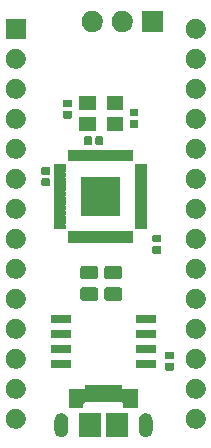
<source format=gbr>
G04 #@! TF.GenerationSoftware,KiCad,Pcbnew,5.1.5+dfsg1-2build2*
G04 #@! TF.CreationDate,2023-08-25T20:20:15+01:00*
G04 #@! TF.ProjectId,pico-sp0256,7069636f-2d73-4703-9032-35362e6b6963,rev?*
G04 #@! TF.SameCoordinates,Original*
G04 #@! TF.FileFunction,Soldermask,Top*
G04 #@! TF.FilePolarity,Negative*
%FSLAX46Y46*%
G04 Gerber Fmt 4.6, Leading zero omitted, Abs format (unit mm)*
G04 Created by KiCad (PCBNEW 5.1.5+dfsg1-2build2) date 2023-08-25 20:20:15*
%MOMM*%
%LPD*%
G04 APERTURE LIST*
%ADD10C,0.100000*%
G04 APERTURE END LIST*
D10*
G36*
X85285415Y-102061334D02*
G01*
X85393991Y-102094271D01*
X85393994Y-102094272D01*
X85430100Y-102113571D01*
X85494056Y-102147756D01*
X85581764Y-102219736D01*
X85653744Y-102307443D01*
X85687929Y-102371399D01*
X85707228Y-102407505D01*
X85707228Y-102407506D01*
X85707229Y-102407508D01*
X85740166Y-102516084D01*
X85748500Y-102600702D01*
X85748500Y-103507298D01*
X85740166Y-103591916D01*
X85707229Y-103700491D01*
X85707228Y-103700495D01*
X85687929Y-103736601D01*
X85653744Y-103800557D01*
X85581764Y-103888264D01*
X85494057Y-103960244D01*
X85430101Y-103994429D01*
X85393995Y-104013728D01*
X85393992Y-104013729D01*
X85285416Y-104046666D01*
X85172500Y-104057787D01*
X85059585Y-104046666D01*
X84951009Y-104013729D01*
X84951006Y-104013728D01*
X84914900Y-103994429D01*
X84850944Y-103960244D01*
X84763237Y-103888264D01*
X84691257Y-103800557D01*
X84657072Y-103736601D01*
X84637773Y-103700495D01*
X84637772Y-103700491D01*
X84604835Y-103591916D01*
X84596500Y-103507298D01*
X84596500Y-102600703D01*
X84604834Y-102516085D01*
X84637771Y-102407509D01*
X84637772Y-102407506D01*
X84657071Y-102371400D01*
X84691256Y-102307444D01*
X84763236Y-102219736D01*
X84850943Y-102147756D01*
X84914899Y-102113571D01*
X84951005Y-102094272D01*
X84951008Y-102094271D01*
X85059584Y-102061334D01*
X85172500Y-102050213D01*
X85285415Y-102061334D01*
G37*
G36*
X78135416Y-102061334D02*
G01*
X78243992Y-102094271D01*
X78243995Y-102094272D01*
X78280101Y-102113571D01*
X78344057Y-102147756D01*
X78431764Y-102219736D01*
X78503744Y-102307443D01*
X78537929Y-102371399D01*
X78557228Y-102407505D01*
X78557228Y-102407506D01*
X78557229Y-102407508D01*
X78590166Y-102516084D01*
X78598500Y-102600702D01*
X78598500Y-103507298D01*
X78590166Y-103591916D01*
X78557229Y-103700491D01*
X78557228Y-103700495D01*
X78537929Y-103736601D01*
X78503744Y-103800557D01*
X78431764Y-103888264D01*
X78344056Y-103960244D01*
X78280100Y-103994429D01*
X78243994Y-104013728D01*
X78243991Y-104013729D01*
X78135415Y-104046666D01*
X78022500Y-104057787D01*
X77909584Y-104046666D01*
X77801008Y-104013729D01*
X77801005Y-104013728D01*
X77764899Y-103994429D01*
X77700943Y-103960244D01*
X77613236Y-103888264D01*
X77541256Y-103800556D01*
X77487773Y-103700495D01*
X77487772Y-103700494D01*
X77487771Y-103700491D01*
X77454834Y-103591915D01*
X77446500Y-103507297D01*
X77446500Y-102600702D01*
X77454835Y-102516084D01*
X77487772Y-102407508D01*
X77487773Y-102407506D01*
X77487773Y-102407505D01*
X77507072Y-102371399D01*
X77541257Y-102307443D01*
X77613237Y-102219736D01*
X77700944Y-102147756D01*
X77764900Y-102113571D01*
X77801006Y-102094272D01*
X77801009Y-102094271D01*
X77909585Y-102061334D01*
X78022500Y-102050213D01*
X78135416Y-102061334D01*
G37*
G36*
X81398500Y-104055000D02*
G01*
X79546500Y-104055000D01*
X79546500Y-102053000D01*
X81398500Y-102053000D01*
X81398500Y-104055000D01*
G37*
G36*
X83648500Y-104055000D02*
G01*
X81796500Y-104055000D01*
X81796500Y-102053000D01*
X83648500Y-102053000D01*
X83648500Y-104055000D01*
G37*
G36*
X74411729Y-101721704D02*
G01*
X74566601Y-101785854D01*
X74705982Y-101878986D01*
X74824516Y-101997520D01*
X74917648Y-102136901D01*
X74981798Y-102291773D01*
X75014501Y-102456185D01*
X75014501Y-102623817D01*
X74981798Y-102788229D01*
X74917648Y-102943101D01*
X74824516Y-103082482D01*
X74705982Y-103201016D01*
X74566601Y-103294148D01*
X74411729Y-103358298D01*
X74247317Y-103391001D01*
X74079685Y-103391001D01*
X73915273Y-103358298D01*
X73760401Y-103294148D01*
X73621020Y-103201016D01*
X73502486Y-103082482D01*
X73409354Y-102943101D01*
X73345204Y-102788229D01*
X73312501Y-102623817D01*
X73312501Y-102456185D01*
X73345204Y-102291773D01*
X73409354Y-102136901D01*
X73502486Y-101997520D01*
X73621020Y-101878986D01*
X73760401Y-101785854D01*
X73915273Y-101721704D01*
X74079685Y-101689001D01*
X74247317Y-101689001D01*
X74411729Y-101721704D01*
G37*
G36*
X89651729Y-101721704D02*
G01*
X89806601Y-101785854D01*
X89945982Y-101878986D01*
X90064516Y-101997520D01*
X90157648Y-102136901D01*
X90221798Y-102291773D01*
X90254501Y-102456185D01*
X90254501Y-102623817D01*
X90221798Y-102788229D01*
X90157648Y-102943101D01*
X90064516Y-103082482D01*
X89945982Y-103201016D01*
X89806601Y-103294148D01*
X89651729Y-103358298D01*
X89487317Y-103391001D01*
X89319685Y-103391001D01*
X89155273Y-103358298D01*
X89000401Y-103294148D01*
X88861020Y-103201016D01*
X88742486Y-103082482D01*
X88649354Y-102943101D01*
X88585204Y-102788229D01*
X88552501Y-102623817D01*
X88552501Y-102456185D01*
X88585204Y-102291773D01*
X88649354Y-102136901D01*
X88742486Y-101997520D01*
X88861020Y-101878986D01*
X89000401Y-101785854D01*
X89155273Y-101721704D01*
X89319685Y-101689001D01*
X89487317Y-101689001D01*
X89651729Y-101721704D01*
G37*
G36*
X83148500Y-99923001D02*
G01*
X83150902Y-99947387D01*
X83158015Y-99970836D01*
X83169566Y-99992447D01*
X83185111Y-100011389D01*
X83204053Y-100026934D01*
X83225664Y-100038485D01*
X83249113Y-100045598D01*
X83273499Y-100048000D01*
X84543500Y-100048000D01*
X84543500Y-101600000D01*
X83291500Y-101600000D01*
X83291500Y-101279999D01*
X83289098Y-101255613D01*
X83281985Y-101232164D01*
X83270434Y-101210553D01*
X83254889Y-101191611D01*
X83235947Y-101176066D01*
X83214336Y-101164515D01*
X83190887Y-101157402D01*
X83166501Y-101155000D01*
X80028499Y-101155000D01*
X80004113Y-101157402D01*
X79980664Y-101164515D01*
X79959053Y-101176066D01*
X79940111Y-101191611D01*
X79924566Y-101210553D01*
X79913015Y-101232164D01*
X79905902Y-101255613D01*
X79903500Y-101279999D01*
X79903500Y-101600000D01*
X78651500Y-101600000D01*
X78651500Y-100048000D01*
X79921501Y-100048000D01*
X79945887Y-100045598D01*
X79969336Y-100038485D01*
X79990947Y-100026934D01*
X80009889Y-100011389D01*
X80025434Y-99992447D01*
X80036985Y-99970836D01*
X80044098Y-99947387D01*
X80046500Y-99923001D01*
X80046500Y-99653000D01*
X83148500Y-99653000D01*
X83148500Y-99923001D01*
G37*
G36*
X89651729Y-99181704D02*
G01*
X89806601Y-99245854D01*
X89945982Y-99338986D01*
X90064516Y-99457520D01*
X90157648Y-99596901D01*
X90221798Y-99751773D01*
X90254501Y-99916185D01*
X90254501Y-100083817D01*
X90221798Y-100248229D01*
X90157648Y-100403101D01*
X90064516Y-100542482D01*
X89945982Y-100661016D01*
X89806601Y-100754148D01*
X89651729Y-100818298D01*
X89487317Y-100851001D01*
X89319685Y-100851001D01*
X89155273Y-100818298D01*
X89000401Y-100754148D01*
X88861020Y-100661016D01*
X88742486Y-100542482D01*
X88649354Y-100403101D01*
X88585204Y-100248229D01*
X88552501Y-100083817D01*
X88552501Y-99916185D01*
X88585204Y-99751773D01*
X88649354Y-99596901D01*
X88742486Y-99457520D01*
X88861020Y-99338986D01*
X89000401Y-99245854D01*
X89155273Y-99181704D01*
X89319685Y-99149001D01*
X89487317Y-99149001D01*
X89651729Y-99181704D01*
G37*
G36*
X74411729Y-99181704D02*
G01*
X74566601Y-99245854D01*
X74705982Y-99338986D01*
X74824516Y-99457520D01*
X74917648Y-99596901D01*
X74981798Y-99751773D01*
X75014501Y-99916185D01*
X75014501Y-100083817D01*
X74981798Y-100248229D01*
X74917648Y-100403101D01*
X74824516Y-100542482D01*
X74705982Y-100661016D01*
X74566601Y-100754148D01*
X74411729Y-100818298D01*
X74247317Y-100851001D01*
X74079685Y-100851001D01*
X73915273Y-100818298D01*
X73760401Y-100754148D01*
X73621020Y-100661016D01*
X73502486Y-100542482D01*
X73409354Y-100403101D01*
X73345204Y-100248229D01*
X73312501Y-100083817D01*
X73312501Y-99916185D01*
X73345204Y-99751773D01*
X73409354Y-99596901D01*
X73502486Y-99457520D01*
X73621020Y-99338986D01*
X73760401Y-99245854D01*
X73915273Y-99181704D01*
X74079685Y-99149001D01*
X74247317Y-99149001D01*
X74411729Y-99181704D01*
G37*
G36*
X87463476Y-97814572D02*
G01*
X87482681Y-97820398D01*
X87500393Y-97829865D01*
X87515905Y-97842595D01*
X87528635Y-97858107D01*
X87538102Y-97875819D01*
X87543928Y-97895024D01*
X87546500Y-97921140D01*
X87546500Y-98364860D01*
X87543928Y-98390976D01*
X87538102Y-98410181D01*
X87528635Y-98427893D01*
X87515905Y-98443405D01*
X87500393Y-98456135D01*
X87482681Y-98465602D01*
X87463476Y-98471428D01*
X87437360Y-98474000D01*
X86933640Y-98474000D01*
X86907524Y-98471428D01*
X86888319Y-98465602D01*
X86870607Y-98456135D01*
X86855095Y-98443405D01*
X86842365Y-98427893D01*
X86832898Y-98410181D01*
X86827072Y-98390976D01*
X86824500Y-98364860D01*
X86824500Y-97921140D01*
X86827072Y-97895024D01*
X86832898Y-97875819D01*
X86842365Y-97858107D01*
X86855095Y-97842595D01*
X86870607Y-97829865D01*
X86888319Y-97820398D01*
X86907524Y-97814572D01*
X86933640Y-97812000D01*
X87437360Y-97812000D01*
X87463476Y-97814572D01*
G37*
G36*
X74411729Y-96641704D02*
G01*
X74566601Y-96705854D01*
X74705982Y-96798986D01*
X74824516Y-96917520D01*
X74917648Y-97056901D01*
X74981798Y-97211773D01*
X75014501Y-97376185D01*
X75014501Y-97543817D01*
X74981798Y-97708229D01*
X74917648Y-97863101D01*
X74824516Y-98002482D01*
X74705982Y-98121016D01*
X74566601Y-98214148D01*
X74411729Y-98278298D01*
X74247317Y-98311001D01*
X74079685Y-98311001D01*
X73915273Y-98278298D01*
X73760401Y-98214148D01*
X73621020Y-98121016D01*
X73502486Y-98002482D01*
X73409354Y-97863101D01*
X73345204Y-97708229D01*
X73312501Y-97543817D01*
X73312501Y-97376185D01*
X73345204Y-97211773D01*
X73409354Y-97056901D01*
X73502486Y-96917520D01*
X73621020Y-96798986D01*
X73760401Y-96705854D01*
X73915273Y-96641704D01*
X74079685Y-96609001D01*
X74247317Y-96609001D01*
X74411729Y-96641704D01*
G37*
G36*
X89651729Y-96641704D02*
G01*
X89806601Y-96705854D01*
X89945982Y-96798986D01*
X90064516Y-96917520D01*
X90157648Y-97056901D01*
X90221798Y-97211773D01*
X90254501Y-97376185D01*
X90254501Y-97543817D01*
X90221798Y-97708229D01*
X90157648Y-97863101D01*
X90064516Y-98002482D01*
X89945982Y-98121016D01*
X89806601Y-98214148D01*
X89651729Y-98278298D01*
X89487317Y-98311001D01*
X89319685Y-98311001D01*
X89155273Y-98278298D01*
X89000401Y-98214148D01*
X88861020Y-98121016D01*
X88742486Y-98002482D01*
X88649354Y-97863101D01*
X88585204Y-97708229D01*
X88552501Y-97543817D01*
X88552501Y-97376185D01*
X88585204Y-97211773D01*
X88649354Y-97056901D01*
X88742486Y-96917520D01*
X88861020Y-96798986D01*
X89000401Y-96705854D01*
X89155273Y-96641704D01*
X89319685Y-96609001D01*
X89487317Y-96609001D01*
X89651729Y-96641704D01*
G37*
G36*
X78757428Y-97568764D02*
G01*
X78778509Y-97575160D01*
X78797945Y-97585548D01*
X78814976Y-97599524D01*
X78828952Y-97616555D01*
X78839340Y-97635991D01*
X78845736Y-97657072D01*
X78848500Y-97685140D01*
X78848500Y-98148860D01*
X78845736Y-98176928D01*
X78839340Y-98198009D01*
X78828952Y-98217445D01*
X78814976Y-98234476D01*
X78797945Y-98248452D01*
X78778509Y-98258840D01*
X78757428Y-98265236D01*
X78729360Y-98268000D01*
X77265640Y-98268000D01*
X77237572Y-98265236D01*
X77216491Y-98258840D01*
X77197055Y-98248452D01*
X77180024Y-98234476D01*
X77166048Y-98217445D01*
X77155660Y-98198009D01*
X77149264Y-98176928D01*
X77146500Y-98148860D01*
X77146500Y-97685140D01*
X77149264Y-97657072D01*
X77155660Y-97635991D01*
X77166048Y-97616555D01*
X77180024Y-97599524D01*
X77197055Y-97585548D01*
X77216491Y-97575160D01*
X77237572Y-97568764D01*
X77265640Y-97566000D01*
X78729360Y-97566000D01*
X78757428Y-97568764D01*
G37*
G36*
X85957428Y-97568764D02*
G01*
X85978509Y-97575160D01*
X85997945Y-97585548D01*
X86014976Y-97599524D01*
X86028952Y-97616555D01*
X86039340Y-97635991D01*
X86045736Y-97657072D01*
X86048500Y-97685140D01*
X86048500Y-98148860D01*
X86045736Y-98176928D01*
X86039340Y-98198009D01*
X86028952Y-98217445D01*
X86014976Y-98234476D01*
X85997945Y-98248452D01*
X85978509Y-98258840D01*
X85957428Y-98265236D01*
X85929360Y-98268000D01*
X84465640Y-98268000D01*
X84437572Y-98265236D01*
X84416491Y-98258840D01*
X84397055Y-98248452D01*
X84380024Y-98234476D01*
X84366048Y-98217445D01*
X84355660Y-98198009D01*
X84349264Y-98176928D01*
X84346500Y-98148860D01*
X84346500Y-97685140D01*
X84349264Y-97657072D01*
X84355660Y-97635991D01*
X84366048Y-97616555D01*
X84380024Y-97599524D01*
X84397055Y-97585548D01*
X84416491Y-97575160D01*
X84437572Y-97568764D01*
X84465640Y-97566000D01*
X85929360Y-97566000D01*
X85957428Y-97568764D01*
G37*
G36*
X87463476Y-96854572D02*
G01*
X87482681Y-96860398D01*
X87500393Y-96869865D01*
X87515905Y-96882595D01*
X87528635Y-96898107D01*
X87538102Y-96915819D01*
X87543928Y-96935024D01*
X87546500Y-96961140D01*
X87546500Y-97404860D01*
X87543928Y-97430976D01*
X87538102Y-97450181D01*
X87528635Y-97467893D01*
X87515905Y-97483405D01*
X87500393Y-97496135D01*
X87482681Y-97505602D01*
X87463476Y-97511428D01*
X87437360Y-97514000D01*
X86933640Y-97514000D01*
X86907524Y-97511428D01*
X86888319Y-97505602D01*
X86870607Y-97496135D01*
X86855095Y-97483405D01*
X86842365Y-97467893D01*
X86832898Y-97450181D01*
X86827072Y-97430976D01*
X86824500Y-97404860D01*
X86824500Y-96961140D01*
X86827072Y-96935024D01*
X86832898Y-96915819D01*
X86842365Y-96898107D01*
X86855095Y-96882595D01*
X86870607Y-96869865D01*
X86888319Y-96860398D01*
X86907524Y-96854572D01*
X86933640Y-96852000D01*
X87437360Y-96852000D01*
X87463476Y-96854572D01*
G37*
G36*
X85957428Y-96298764D02*
G01*
X85978509Y-96305160D01*
X85997945Y-96315548D01*
X86014976Y-96329524D01*
X86028952Y-96346555D01*
X86039340Y-96365991D01*
X86045736Y-96387072D01*
X86048500Y-96415140D01*
X86048500Y-96878860D01*
X86045736Y-96906928D01*
X86039340Y-96928009D01*
X86028952Y-96947445D01*
X86014976Y-96964476D01*
X85997945Y-96978452D01*
X85978509Y-96988840D01*
X85957428Y-96995236D01*
X85929360Y-96998000D01*
X84465640Y-96998000D01*
X84437572Y-96995236D01*
X84416491Y-96988840D01*
X84397055Y-96978452D01*
X84380024Y-96964476D01*
X84366048Y-96947445D01*
X84355660Y-96928009D01*
X84349264Y-96906928D01*
X84346500Y-96878860D01*
X84346500Y-96415140D01*
X84349264Y-96387072D01*
X84355660Y-96365991D01*
X84366048Y-96346555D01*
X84380024Y-96329524D01*
X84397055Y-96315548D01*
X84416491Y-96305160D01*
X84437572Y-96298764D01*
X84465640Y-96296000D01*
X85929360Y-96296000D01*
X85957428Y-96298764D01*
G37*
G36*
X78757428Y-96298764D02*
G01*
X78778509Y-96305160D01*
X78797945Y-96315548D01*
X78814976Y-96329524D01*
X78828952Y-96346555D01*
X78839340Y-96365991D01*
X78845736Y-96387072D01*
X78848500Y-96415140D01*
X78848500Y-96878860D01*
X78845736Y-96906928D01*
X78839340Y-96928009D01*
X78828952Y-96947445D01*
X78814976Y-96964476D01*
X78797945Y-96978452D01*
X78778509Y-96988840D01*
X78757428Y-96995236D01*
X78729360Y-96998000D01*
X77265640Y-96998000D01*
X77237572Y-96995236D01*
X77216491Y-96988840D01*
X77197055Y-96978452D01*
X77180024Y-96964476D01*
X77166048Y-96947445D01*
X77155660Y-96928009D01*
X77149264Y-96906928D01*
X77146500Y-96878860D01*
X77146500Y-96415140D01*
X77149264Y-96387072D01*
X77155660Y-96365991D01*
X77166048Y-96346555D01*
X77180024Y-96329524D01*
X77197055Y-96315548D01*
X77216491Y-96305160D01*
X77237572Y-96298764D01*
X77265640Y-96296000D01*
X78729360Y-96296000D01*
X78757428Y-96298764D01*
G37*
G36*
X89651729Y-94101704D02*
G01*
X89806601Y-94165854D01*
X89945982Y-94258986D01*
X90064516Y-94377520D01*
X90157648Y-94516901D01*
X90221798Y-94671773D01*
X90254501Y-94836185D01*
X90254501Y-95003817D01*
X90221798Y-95168229D01*
X90157648Y-95323101D01*
X90064516Y-95462482D01*
X89945982Y-95581016D01*
X89806601Y-95674148D01*
X89651729Y-95738298D01*
X89487317Y-95771001D01*
X89319685Y-95771001D01*
X89155273Y-95738298D01*
X89000401Y-95674148D01*
X88861020Y-95581016D01*
X88742486Y-95462482D01*
X88649354Y-95323101D01*
X88585204Y-95168229D01*
X88552501Y-95003817D01*
X88552501Y-94836185D01*
X88585204Y-94671773D01*
X88649354Y-94516901D01*
X88742486Y-94377520D01*
X88861020Y-94258986D01*
X89000401Y-94165854D01*
X89155273Y-94101704D01*
X89319685Y-94069001D01*
X89487317Y-94069001D01*
X89651729Y-94101704D01*
G37*
G36*
X74411729Y-94101704D02*
G01*
X74566601Y-94165854D01*
X74705982Y-94258986D01*
X74824516Y-94377520D01*
X74917648Y-94516901D01*
X74981798Y-94671773D01*
X75014501Y-94836185D01*
X75014501Y-95003817D01*
X74981798Y-95168229D01*
X74917648Y-95323101D01*
X74824516Y-95462482D01*
X74705982Y-95581016D01*
X74566601Y-95674148D01*
X74411729Y-95738298D01*
X74247317Y-95771001D01*
X74079685Y-95771001D01*
X73915273Y-95738298D01*
X73760401Y-95674148D01*
X73621020Y-95581016D01*
X73502486Y-95462482D01*
X73409354Y-95323101D01*
X73345204Y-95168229D01*
X73312501Y-95003817D01*
X73312501Y-94836185D01*
X73345204Y-94671773D01*
X73409354Y-94516901D01*
X73502486Y-94377520D01*
X73621020Y-94258986D01*
X73760401Y-94165854D01*
X73915273Y-94101704D01*
X74079685Y-94069001D01*
X74247317Y-94069001D01*
X74411729Y-94101704D01*
G37*
G36*
X78757428Y-95028764D02*
G01*
X78778509Y-95035160D01*
X78797945Y-95045548D01*
X78814976Y-95059524D01*
X78828952Y-95076555D01*
X78839340Y-95095991D01*
X78845736Y-95117072D01*
X78848500Y-95145140D01*
X78848500Y-95608860D01*
X78845736Y-95636928D01*
X78839340Y-95658009D01*
X78828952Y-95677445D01*
X78814976Y-95694476D01*
X78797945Y-95708452D01*
X78778509Y-95718840D01*
X78757428Y-95725236D01*
X78729360Y-95728000D01*
X77265640Y-95728000D01*
X77237572Y-95725236D01*
X77216491Y-95718840D01*
X77197055Y-95708452D01*
X77180024Y-95694476D01*
X77166048Y-95677445D01*
X77155660Y-95658009D01*
X77149264Y-95636928D01*
X77146500Y-95608860D01*
X77146500Y-95145140D01*
X77149264Y-95117072D01*
X77155660Y-95095991D01*
X77166048Y-95076555D01*
X77180024Y-95059524D01*
X77197055Y-95045548D01*
X77216491Y-95035160D01*
X77237572Y-95028764D01*
X77265640Y-95026000D01*
X78729360Y-95026000D01*
X78757428Y-95028764D01*
G37*
G36*
X85957428Y-95028764D02*
G01*
X85978509Y-95035160D01*
X85997945Y-95045548D01*
X86014976Y-95059524D01*
X86028952Y-95076555D01*
X86039340Y-95095991D01*
X86045736Y-95117072D01*
X86048500Y-95145140D01*
X86048500Y-95608860D01*
X86045736Y-95636928D01*
X86039340Y-95658009D01*
X86028952Y-95677445D01*
X86014976Y-95694476D01*
X85997945Y-95708452D01*
X85978509Y-95718840D01*
X85957428Y-95725236D01*
X85929360Y-95728000D01*
X84465640Y-95728000D01*
X84437572Y-95725236D01*
X84416491Y-95718840D01*
X84397055Y-95708452D01*
X84380024Y-95694476D01*
X84366048Y-95677445D01*
X84355660Y-95658009D01*
X84349264Y-95636928D01*
X84346500Y-95608860D01*
X84346500Y-95145140D01*
X84349264Y-95117072D01*
X84355660Y-95095991D01*
X84366048Y-95076555D01*
X84380024Y-95059524D01*
X84397055Y-95045548D01*
X84416491Y-95035160D01*
X84437572Y-95028764D01*
X84465640Y-95026000D01*
X85929360Y-95026000D01*
X85957428Y-95028764D01*
G37*
G36*
X85957428Y-93758764D02*
G01*
X85978509Y-93765160D01*
X85997945Y-93775548D01*
X86014976Y-93789524D01*
X86028952Y-93806555D01*
X86039340Y-93825991D01*
X86045736Y-93847072D01*
X86048500Y-93875140D01*
X86048500Y-94338860D01*
X86045736Y-94366928D01*
X86039340Y-94388009D01*
X86028952Y-94407445D01*
X86014976Y-94424476D01*
X85997945Y-94438452D01*
X85978509Y-94448840D01*
X85957428Y-94455236D01*
X85929360Y-94458000D01*
X84465640Y-94458000D01*
X84437572Y-94455236D01*
X84416491Y-94448840D01*
X84397055Y-94438452D01*
X84380024Y-94424476D01*
X84366048Y-94407445D01*
X84355660Y-94388009D01*
X84349264Y-94366928D01*
X84346500Y-94338860D01*
X84346500Y-93875140D01*
X84349264Y-93847072D01*
X84355660Y-93825991D01*
X84366048Y-93806555D01*
X84380024Y-93789524D01*
X84397055Y-93775548D01*
X84416491Y-93765160D01*
X84437572Y-93758764D01*
X84465640Y-93756000D01*
X85929360Y-93756000D01*
X85957428Y-93758764D01*
G37*
G36*
X78757428Y-93758764D02*
G01*
X78778509Y-93765160D01*
X78797945Y-93775548D01*
X78814976Y-93789524D01*
X78828952Y-93806555D01*
X78839340Y-93825991D01*
X78845736Y-93847072D01*
X78848500Y-93875140D01*
X78848500Y-94338860D01*
X78845736Y-94366928D01*
X78839340Y-94388009D01*
X78828952Y-94407445D01*
X78814976Y-94424476D01*
X78797945Y-94438452D01*
X78778509Y-94448840D01*
X78757428Y-94455236D01*
X78729360Y-94458000D01*
X77265640Y-94458000D01*
X77237572Y-94455236D01*
X77216491Y-94448840D01*
X77197055Y-94438452D01*
X77180024Y-94424476D01*
X77166048Y-94407445D01*
X77155660Y-94388009D01*
X77149264Y-94366928D01*
X77146500Y-94338860D01*
X77146500Y-93875140D01*
X77149264Y-93847072D01*
X77155660Y-93825991D01*
X77166048Y-93806555D01*
X77180024Y-93789524D01*
X77197055Y-93775548D01*
X77216491Y-93765160D01*
X77237572Y-93758764D01*
X77265640Y-93756000D01*
X78729360Y-93756000D01*
X78757428Y-93758764D01*
G37*
G36*
X89651729Y-91561704D02*
G01*
X89806601Y-91625854D01*
X89945982Y-91718986D01*
X90064516Y-91837520D01*
X90157648Y-91976901D01*
X90221798Y-92131773D01*
X90254501Y-92296185D01*
X90254501Y-92463817D01*
X90221798Y-92628229D01*
X90157648Y-92783101D01*
X90064516Y-92922482D01*
X89945982Y-93041016D01*
X89806601Y-93134148D01*
X89651729Y-93198298D01*
X89487317Y-93231001D01*
X89319685Y-93231001D01*
X89155273Y-93198298D01*
X89000401Y-93134148D01*
X88861020Y-93041016D01*
X88742486Y-92922482D01*
X88649354Y-92783101D01*
X88585204Y-92628229D01*
X88552501Y-92463817D01*
X88552501Y-92296185D01*
X88585204Y-92131773D01*
X88649354Y-91976901D01*
X88742486Y-91837520D01*
X88861020Y-91718986D01*
X89000401Y-91625854D01*
X89155273Y-91561704D01*
X89319685Y-91529001D01*
X89487317Y-91529001D01*
X89651729Y-91561704D01*
G37*
G36*
X74411729Y-91561704D02*
G01*
X74566601Y-91625854D01*
X74705982Y-91718986D01*
X74824516Y-91837520D01*
X74917648Y-91976901D01*
X74981798Y-92131773D01*
X75014501Y-92296185D01*
X75014501Y-92463817D01*
X74981798Y-92628229D01*
X74917648Y-92783101D01*
X74824516Y-92922482D01*
X74705982Y-93041016D01*
X74566601Y-93134148D01*
X74411729Y-93198298D01*
X74247317Y-93231001D01*
X74079685Y-93231001D01*
X73915273Y-93198298D01*
X73760401Y-93134148D01*
X73621020Y-93041016D01*
X73502486Y-92922482D01*
X73409354Y-92783101D01*
X73345204Y-92628229D01*
X73312501Y-92463817D01*
X73312501Y-92296185D01*
X73345204Y-92131773D01*
X73409354Y-91976901D01*
X73502486Y-91837520D01*
X73621020Y-91718986D01*
X73760401Y-91625854D01*
X73915273Y-91561704D01*
X74079685Y-91529001D01*
X74247317Y-91529001D01*
X74411729Y-91561704D01*
G37*
G36*
X83004162Y-91412644D02*
G01*
X83043608Y-91424610D01*
X83079953Y-91444037D01*
X83111815Y-91470185D01*
X83137963Y-91502047D01*
X83157390Y-91538392D01*
X83169356Y-91577838D01*
X83174000Y-91624993D01*
X83174000Y-92318007D01*
X83169356Y-92365162D01*
X83157390Y-92404608D01*
X83137963Y-92440953D01*
X83111815Y-92472815D01*
X83079953Y-92498963D01*
X83043608Y-92518390D01*
X83004162Y-92530356D01*
X82957007Y-92535000D01*
X81888993Y-92535000D01*
X81841838Y-92530356D01*
X81802392Y-92518390D01*
X81766047Y-92498963D01*
X81734185Y-92472815D01*
X81708037Y-92440953D01*
X81688610Y-92404608D01*
X81676644Y-92365162D01*
X81672000Y-92318007D01*
X81672000Y-91624993D01*
X81676644Y-91577838D01*
X81688610Y-91538392D01*
X81708037Y-91502047D01*
X81734185Y-91470185D01*
X81766047Y-91444037D01*
X81802392Y-91424610D01*
X81841838Y-91412644D01*
X81888993Y-91408000D01*
X82957007Y-91408000D01*
X83004162Y-91412644D01*
G37*
G36*
X80972162Y-91412644D02*
G01*
X81011608Y-91424610D01*
X81047953Y-91444037D01*
X81079815Y-91470185D01*
X81105963Y-91502047D01*
X81125390Y-91538392D01*
X81137356Y-91577838D01*
X81142000Y-91624993D01*
X81142000Y-92318007D01*
X81137356Y-92365162D01*
X81125390Y-92404608D01*
X81105963Y-92440953D01*
X81079815Y-92472815D01*
X81047953Y-92498963D01*
X81011608Y-92518390D01*
X80972162Y-92530356D01*
X80925007Y-92535000D01*
X79856993Y-92535000D01*
X79809838Y-92530356D01*
X79770392Y-92518390D01*
X79734047Y-92498963D01*
X79702185Y-92472815D01*
X79676037Y-92440953D01*
X79656610Y-92404608D01*
X79644644Y-92365162D01*
X79640000Y-92318007D01*
X79640000Y-91624993D01*
X79644644Y-91577838D01*
X79656610Y-91538392D01*
X79676037Y-91502047D01*
X79702185Y-91470185D01*
X79734047Y-91444037D01*
X79770392Y-91424610D01*
X79809838Y-91412644D01*
X79856993Y-91408000D01*
X80925007Y-91408000D01*
X80972162Y-91412644D01*
G37*
G36*
X80972162Y-89587644D02*
G01*
X81011608Y-89599610D01*
X81047953Y-89619037D01*
X81079815Y-89645185D01*
X81105963Y-89677047D01*
X81125390Y-89713392D01*
X81137356Y-89752838D01*
X81142000Y-89799993D01*
X81142000Y-90493007D01*
X81137356Y-90540162D01*
X81125390Y-90579608D01*
X81105963Y-90615953D01*
X81079815Y-90647815D01*
X81047953Y-90673963D01*
X81011608Y-90693390D01*
X80972162Y-90705356D01*
X80925007Y-90710000D01*
X79856993Y-90710000D01*
X79809838Y-90705356D01*
X79770392Y-90693390D01*
X79734047Y-90673963D01*
X79702185Y-90647815D01*
X79676037Y-90615953D01*
X79656610Y-90579608D01*
X79644644Y-90540162D01*
X79640000Y-90493007D01*
X79640000Y-89799993D01*
X79644644Y-89752838D01*
X79656610Y-89713392D01*
X79676037Y-89677047D01*
X79702185Y-89645185D01*
X79734047Y-89619037D01*
X79770392Y-89599610D01*
X79809838Y-89587644D01*
X79856993Y-89583000D01*
X80925007Y-89583000D01*
X80972162Y-89587644D01*
G37*
G36*
X83004162Y-89587644D02*
G01*
X83043608Y-89599610D01*
X83079953Y-89619037D01*
X83111815Y-89645185D01*
X83137963Y-89677047D01*
X83157390Y-89713392D01*
X83169356Y-89752838D01*
X83174000Y-89799993D01*
X83174000Y-90493007D01*
X83169356Y-90540162D01*
X83157390Y-90579608D01*
X83137963Y-90615953D01*
X83111815Y-90647815D01*
X83079953Y-90673963D01*
X83043608Y-90693390D01*
X83004162Y-90705356D01*
X82957007Y-90710000D01*
X81888993Y-90710000D01*
X81841838Y-90705356D01*
X81802392Y-90693390D01*
X81766047Y-90673963D01*
X81734185Y-90647815D01*
X81708037Y-90615953D01*
X81688610Y-90579608D01*
X81676644Y-90540162D01*
X81672000Y-90493007D01*
X81672000Y-89799993D01*
X81676644Y-89752838D01*
X81688610Y-89713392D01*
X81708037Y-89677047D01*
X81734185Y-89645185D01*
X81766047Y-89619037D01*
X81802392Y-89599610D01*
X81841838Y-89587644D01*
X81888993Y-89583000D01*
X82957007Y-89583000D01*
X83004162Y-89587644D01*
G37*
G36*
X74411729Y-89021704D02*
G01*
X74566601Y-89085854D01*
X74705982Y-89178986D01*
X74824516Y-89297520D01*
X74917648Y-89436901D01*
X74981798Y-89591773D01*
X75014501Y-89756185D01*
X75014501Y-89923817D01*
X74981798Y-90088229D01*
X74917648Y-90243101D01*
X74824516Y-90382482D01*
X74705982Y-90501016D01*
X74566601Y-90594148D01*
X74411729Y-90658298D01*
X74247317Y-90691001D01*
X74079685Y-90691001D01*
X73915273Y-90658298D01*
X73760401Y-90594148D01*
X73621020Y-90501016D01*
X73502486Y-90382482D01*
X73409354Y-90243101D01*
X73345204Y-90088229D01*
X73312501Y-89923817D01*
X73312501Y-89756185D01*
X73345204Y-89591773D01*
X73409354Y-89436901D01*
X73502486Y-89297520D01*
X73621020Y-89178986D01*
X73760401Y-89085854D01*
X73915273Y-89021704D01*
X74079685Y-88989001D01*
X74247317Y-88989001D01*
X74411729Y-89021704D01*
G37*
G36*
X89651729Y-89021704D02*
G01*
X89806601Y-89085854D01*
X89945982Y-89178986D01*
X90064516Y-89297520D01*
X90157648Y-89436901D01*
X90221798Y-89591773D01*
X90254501Y-89756185D01*
X90254501Y-89923817D01*
X90221798Y-90088229D01*
X90157648Y-90243101D01*
X90064516Y-90382482D01*
X89945982Y-90501016D01*
X89806601Y-90594148D01*
X89651729Y-90658298D01*
X89487317Y-90691001D01*
X89319685Y-90691001D01*
X89155273Y-90658298D01*
X89000401Y-90594148D01*
X88861020Y-90501016D01*
X88742486Y-90382482D01*
X88649354Y-90243101D01*
X88585204Y-90088229D01*
X88552501Y-89923817D01*
X88552501Y-89756185D01*
X88585204Y-89591773D01*
X88649354Y-89436901D01*
X88742486Y-89297520D01*
X88861020Y-89178986D01*
X89000401Y-89085854D01*
X89155273Y-89021704D01*
X89319685Y-88989001D01*
X89487317Y-88989001D01*
X89651729Y-89021704D01*
G37*
G36*
X86383976Y-87908572D02*
G01*
X86403181Y-87914398D01*
X86420893Y-87923865D01*
X86436405Y-87936595D01*
X86449135Y-87952107D01*
X86458602Y-87969819D01*
X86464428Y-87989024D01*
X86467000Y-88015140D01*
X86467000Y-88458860D01*
X86464428Y-88484976D01*
X86458602Y-88504181D01*
X86449135Y-88521893D01*
X86436405Y-88537405D01*
X86420893Y-88550135D01*
X86403181Y-88559602D01*
X86383976Y-88565428D01*
X86357860Y-88568000D01*
X85854140Y-88568000D01*
X85828024Y-88565428D01*
X85808819Y-88559602D01*
X85791107Y-88550135D01*
X85775595Y-88537405D01*
X85762865Y-88521893D01*
X85753398Y-88504181D01*
X85747572Y-88484976D01*
X85745000Y-88458860D01*
X85745000Y-88015140D01*
X85747572Y-87989024D01*
X85753398Y-87969819D01*
X85762865Y-87952107D01*
X85775595Y-87936595D01*
X85791107Y-87923865D01*
X85808819Y-87914398D01*
X85828024Y-87908572D01*
X85854140Y-87906000D01*
X86357860Y-87906000D01*
X86383976Y-87908572D01*
G37*
G36*
X89651729Y-86481704D02*
G01*
X89806601Y-86545854D01*
X89945982Y-86638986D01*
X90064516Y-86757520D01*
X90157648Y-86896901D01*
X90221798Y-87051773D01*
X90254501Y-87216185D01*
X90254501Y-87383817D01*
X90221798Y-87548229D01*
X90157648Y-87703101D01*
X90064516Y-87842482D01*
X89945982Y-87961016D01*
X89806601Y-88054148D01*
X89651729Y-88118298D01*
X89487317Y-88151001D01*
X89319685Y-88151001D01*
X89155273Y-88118298D01*
X89000401Y-88054148D01*
X88861020Y-87961016D01*
X88742486Y-87842482D01*
X88649354Y-87703101D01*
X88585204Y-87548229D01*
X88552501Y-87383817D01*
X88552501Y-87216185D01*
X88585204Y-87051773D01*
X88649354Y-86896901D01*
X88742486Y-86757520D01*
X88861020Y-86638986D01*
X89000401Y-86545854D01*
X89155273Y-86481704D01*
X89319685Y-86449001D01*
X89487317Y-86449001D01*
X89651729Y-86481704D01*
G37*
G36*
X74411729Y-86481704D02*
G01*
X74566601Y-86545854D01*
X74705982Y-86638986D01*
X74824516Y-86757520D01*
X74917648Y-86896901D01*
X74981798Y-87051773D01*
X75014501Y-87216185D01*
X75014501Y-87383817D01*
X74981798Y-87548229D01*
X74917648Y-87703101D01*
X74824516Y-87842482D01*
X74705982Y-87961016D01*
X74566601Y-88054148D01*
X74411729Y-88118298D01*
X74247317Y-88151001D01*
X74079685Y-88151001D01*
X73915273Y-88118298D01*
X73760401Y-88054148D01*
X73621020Y-87961016D01*
X73502486Y-87842482D01*
X73409354Y-87703101D01*
X73345204Y-87548229D01*
X73312501Y-87383817D01*
X73312501Y-87216185D01*
X73345204Y-87051773D01*
X73409354Y-86896901D01*
X73502486Y-86757520D01*
X73621020Y-86638986D01*
X73760401Y-86545854D01*
X73915273Y-86481704D01*
X74079685Y-86449001D01*
X74247317Y-86449001D01*
X74411729Y-86481704D01*
G37*
G36*
X78883916Y-86642843D02*
G01*
X78888056Y-86644099D01*
X78907216Y-86652035D01*
X78931250Y-86656815D01*
X78955754Y-86656815D01*
X78979787Y-86652034D01*
X78998945Y-86644099D01*
X79003084Y-86642843D01*
X79011643Y-86642000D01*
X79275357Y-86642000D01*
X79283916Y-86642843D01*
X79288056Y-86644099D01*
X79307216Y-86652035D01*
X79331250Y-86656815D01*
X79355754Y-86656815D01*
X79379787Y-86652034D01*
X79398945Y-86644099D01*
X79403084Y-86642843D01*
X79411643Y-86642000D01*
X79675357Y-86642000D01*
X79683916Y-86642843D01*
X79688056Y-86644099D01*
X79707216Y-86652035D01*
X79731250Y-86656815D01*
X79755754Y-86656815D01*
X79779787Y-86652034D01*
X79798945Y-86644099D01*
X79803084Y-86642843D01*
X79811643Y-86642000D01*
X80075357Y-86642000D01*
X80083916Y-86642843D01*
X80088056Y-86644099D01*
X80107216Y-86652035D01*
X80131250Y-86656815D01*
X80155754Y-86656815D01*
X80179787Y-86652034D01*
X80198945Y-86644099D01*
X80203084Y-86642843D01*
X80211643Y-86642000D01*
X80475357Y-86642000D01*
X80483916Y-86642843D01*
X80488056Y-86644099D01*
X80507216Y-86652035D01*
X80531250Y-86656815D01*
X80555754Y-86656815D01*
X80579787Y-86652034D01*
X80598945Y-86644099D01*
X80603084Y-86642843D01*
X80611643Y-86642000D01*
X80875357Y-86642000D01*
X80883916Y-86642843D01*
X80888056Y-86644099D01*
X80907216Y-86652035D01*
X80931250Y-86656815D01*
X80955754Y-86656815D01*
X80979787Y-86652034D01*
X80998945Y-86644099D01*
X81003084Y-86642843D01*
X81011643Y-86642000D01*
X81275357Y-86642000D01*
X81283916Y-86642843D01*
X81288056Y-86644099D01*
X81307216Y-86652035D01*
X81331250Y-86656815D01*
X81355754Y-86656815D01*
X81379787Y-86652034D01*
X81398945Y-86644099D01*
X81403084Y-86642843D01*
X81411643Y-86642000D01*
X81675357Y-86642000D01*
X81683916Y-86642843D01*
X81688056Y-86644099D01*
X81707216Y-86652035D01*
X81731250Y-86656815D01*
X81755754Y-86656815D01*
X81779787Y-86652034D01*
X81798945Y-86644099D01*
X81803084Y-86642843D01*
X81811643Y-86642000D01*
X82075357Y-86642000D01*
X82083916Y-86642843D01*
X82088056Y-86644099D01*
X82107216Y-86652035D01*
X82131250Y-86656815D01*
X82155754Y-86656815D01*
X82179787Y-86652034D01*
X82198945Y-86644099D01*
X82203084Y-86642843D01*
X82211643Y-86642000D01*
X82475357Y-86642000D01*
X82483916Y-86642843D01*
X82488056Y-86644099D01*
X82507216Y-86652035D01*
X82531250Y-86656815D01*
X82555754Y-86656815D01*
X82579787Y-86652034D01*
X82598945Y-86644099D01*
X82603084Y-86642843D01*
X82611643Y-86642000D01*
X82875357Y-86642000D01*
X82883916Y-86642843D01*
X82888056Y-86644099D01*
X82907216Y-86652035D01*
X82931250Y-86656815D01*
X82955754Y-86656815D01*
X82979787Y-86652034D01*
X82998945Y-86644099D01*
X83003084Y-86642843D01*
X83011643Y-86642000D01*
X83275357Y-86642000D01*
X83283916Y-86642843D01*
X83288056Y-86644099D01*
X83307216Y-86652035D01*
X83331250Y-86656815D01*
X83355754Y-86656815D01*
X83379787Y-86652034D01*
X83398945Y-86644099D01*
X83403084Y-86642843D01*
X83411643Y-86642000D01*
X83675357Y-86642000D01*
X83683916Y-86642843D01*
X83688056Y-86644099D01*
X83707216Y-86652035D01*
X83731250Y-86656815D01*
X83755754Y-86656815D01*
X83779787Y-86652034D01*
X83798945Y-86644099D01*
X83803084Y-86642843D01*
X83811643Y-86642000D01*
X84075357Y-86642000D01*
X84083916Y-86642843D01*
X84086245Y-86643550D01*
X84088387Y-86644695D01*
X84090265Y-86646235D01*
X84091805Y-86648113D01*
X84092950Y-86650255D01*
X84093657Y-86652584D01*
X84094500Y-86661143D01*
X84094500Y-87599857D01*
X84093657Y-87608416D01*
X84092950Y-87610745D01*
X84091805Y-87612887D01*
X84090265Y-87614765D01*
X84088387Y-87616305D01*
X84086245Y-87617450D01*
X84083916Y-87618157D01*
X84075357Y-87619000D01*
X83811643Y-87619000D01*
X83803084Y-87618157D01*
X83798944Y-87616901D01*
X83779784Y-87608965D01*
X83755750Y-87604185D01*
X83731246Y-87604185D01*
X83707213Y-87608966D01*
X83688055Y-87616901D01*
X83683916Y-87618157D01*
X83675357Y-87619000D01*
X83411643Y-87619000D01*
X83403084Y-87618157D01*
X83398944Y-87616901D01*
X83379784Y-87608965D01*
X83355750Y-87604185D01*
X83331246Y-87604185D01*
X83307213Y-87608966D01*
X83288055Y-87616901D01*
X83283916Y-87618157D01*
X83275357Y-87619000D01*
X83011643Y-87619000D01*
X83003084Y-87618157D01*
X82998944Y-87616901D01*
X82979784Y-87608965D01*
X82955750Y-87604185D01*
X82931246Y-87604185D01*
X82907213Y-87608966D01*
X82888055Y-87616901D01*
X82883916Y-87618157D01*
X82875357Y-87619000D01*
X82611643Y-87619000D01*
X82603084Y-87618157D01*
X82598944Y-87616901D01*
X82579784Y-87608965D01*
X82555750Y-87604185D01*
X82531246Y-87604185D01*
X82507213Y-87608966D01*
X82488055Y-87616901D01*
X82483916Y-87618157D01*
X82475357Y-87619000D01*
X82211643Y-87619000D01*
X82203084Y-87618157D01*
X82198944Y-87616901D01*
X82179784Y-87608965D01*
X82155750Y-87604185D01*
X82131246Y-87604185D01*
X82107213Y-87608966D01*
X82088055Y-87616901D01*
X82083916Y-87618157D01*
X82075357Y-87619000D01*
X81811643Y-87619000D01*
X81803084Y-87618157D01*
X81798944Y-87616901D01*
X81779784Y-87608965D01*
X81755750Y-87604185D01*
X81731246Y-87604185D01*
X81707213Y-87608966D01*
X81688055Y-87616901D01*
X81683916Y-87618157D01*
X81675357Y-87619000D01*
X81411643Y-87619000D01*
X81403084Y-87618157D01*
X81398944Y-87616901D01*
X81379784Y-87608965D01*
X81355750Y-87604185D01*
X81331246Y-87604185D01*
X81307213Y-87608966D01*
X81288055Y-87616901D01*
X81283916Y-87618157D01*
X81275357Y-87619000D01*
X81011643Y-87619000D01*
X81003084Y-87618157D01*
X80998944Y-87616901D01*
X80979784Y-87608965D01*
X80955750Y-87604185D01*
X80931246Y-87604185D01*
X80907213Y-87608966D01*
X80888055Y-87616901D01*
X80883916Y-87618157D01*
X80875357Y-87619000D01*
X80611643Y-87619000D01*
X80603084Y-87618157D01*
X80598944Y-87616901D01*
X80579784Y-87608965D01*
X80555750Y-87604185D01*
X80531246Y-87604185D01*
X80507213Y-87608966D01*
X80488055Y-87616901D01*
X80483916Y-87618157D01*
X80475357Y-87619000D01*
X80211643Y-87619000D01*
X80203084Y-87618157D01*
X80198944Y-87616901D01*
X80179784Y-87608965D01*
X80155750Y-87604185D01*
X80131246Y-87604185D01*
X80107213Y-87608966D01*
X80088055Y-87616901D01*
X80083916Y-87618157D01*
X80075357Y-87619000D01*
X79811643Y-87619000D01*
X79803084Y-87618157D01*
X79798944Y-87616901D01*
X79779784Y-87608965D01*
X79755750Y-87604185D01*
X79731246Y-87604185D01*
X79707213Y-87608966D01*
X79688055Y-87616901D01*
X79683916Y-87618157D01*
X79675357Y-87619000D01*
X79411643Y-87619000D01*
X79403084Y-87618157D01*
X79398944Y-87616901D01*
X79379784Y-87608965D01*
X79355750Y-87604185D01*
X79331246Y-87604185D01*
X79307213Y-87608966D01*
X79288055Y-87616901D01*
X79283916Y-87618157D01*
X79275357Y-87619000D01*
X79011643Y-87619000D01*
X79003084Y-87618157D01*
X78998944Y-87616901D01*
X78979784Y-87608965D01*
X78955750Y-87604185D01*
X78931246Y-87604185D01*
X78907213Y-87608966D01*
X78888055Y-87616901D01*
X78883916Y-87618157D01*
X78875357Y-87619000D01*
X78611643Y-87619000D01*
X78603084Y-87618157D01*
X78600755Y-87617450D01*
X78598613Y-87616305D01*
X78596735Y-87614765D01*
X78595195Y-87612887D01*
X78594050Y-87610745D01*
X78593343Y-87608416D01*
X78592500Y-87599857D01*
X78592500Y-86661143D01*
X78593343Y-86652584D01*
X78594050Y-86650255D01*
X78595195Y-86648113D01*
X78596735Y-86646235D01*
X78598613Y-86644695D01*
X78600755Y-86643550D01*
X78603084Y-86642843D01*
X78611643Y-86642000D01*
X78875357Y-86642000D01*
X78883916Y-86642843D01*
G37*
G36*
X86383976Y-86948572D02*
G01*
X86403181Y-86954398D01*
X86420893Y-86963865D01*
X86436405Y-86976595D01*
X86449135Y-86992107D01*
X86458602Y-87009819D01*
X86464428Y-87029024D01*
X86467000Y-87055140D01*
X86467000Y-87498860D01*
X86464428Y-87524976D01*
X86458602Y-87544181D01*
X86449135Y-87561893D01*
X86436405Y-87577405D01*
X86420893Y-87590135D01*
X86403181Y-87599602D01*
X86383976Y-87605428D01*
X86357860Y-87608000D01*
X85854140Y-87608000D01*
X85828024Y-87605428D01*
X85808819Y-87599602D01*
X85791107Y-87590135D01*
X85775595Y-87577405D01*
X85762865Y-87561893D01*
X85753398Y-87544181D01*
X85747572Y-87524976D01*
X85745000Y-87498860D01*
X85745000Y-87055140D01*
X85747572Y-87029024D01*
X85753398Y-87009819D01*
X85762865Y-86992107D01*
X85775595Y-86976595D01*
X85791107Y-86963865D01*
X85808819Y-86954398D01*
X85828024Y-86948572D01*
X85854140Y-86946000D01*
X86357860Y-86946000D01*
X86383976Y-86948572D01*
G37*
G36*
X85258916Y-80942843D02*
G01*
X85261245Y-80943550D01*
X85263387Y-80944695D01*
X85265265Y-80946235D01*
X85266805Y-80948113D01*
X85267950Y-80950255D01*
X85268657Y-80952584D01*
X85269500Y-80961143D01*
X85269500Y-81224857D01*
X85268657Y-81233416D01*
X85267401Y-81237556D01*
X85259465Y-81256716D01*
X85254685Y-81280750D01*
X85254685Y-81305254D01*
X85259466Y-81329287D01*
X85267401Y-81348445D01*
X85268657Y-81352584D01*
X85269500Y-81361143D01*
X85269500Y-81624857D01*
X85268657Y-81633416D01*
X85267401Y-81637556D01*
X85259465Y-81656716D01*
X85254685Y-81680750D01*
X85254685Y-81705254D01*
X85259466Y-81729287D01*
X85267401Y-81748445D01*
X85268657Y-81752584D01*
X85269500Y-81761143D01*
X85269500Y-82024857D01*
X85268657Y-82033416D01*
X85267401Y-82037556D01*
X85259465Y-82056716D01*
X85254685Y-82080750D01*
X85254685Y-82105254D01*
X85259466Y-82129287D01*
X85267401Y-82148445D01*
X85268657Y-82152584D01*
X85269500Y-82161143D01*
X85269500Y-82424857D01*
X85268657Y-82433416D01*
X85267401Y-82437556D01*
X85259465Y-82456716D01*
X85254685Y-82480750D01*
X85254685Y-82505254D01*
X85259466Y-82529287D01*
X85267401Y-82548445D01*
X85268657Y-82552584D01*
X85269500Y-82561143D01*
X85269500Y-82824857D01*
X85268657Y-82833416D01*
X85267401Y-82837556D01*
X85259465Y-82856716D01*
X85254685Y-82880750D01*
X85254685Y-82905254D01*
X85259466Y-82929287D01*
X85267401Y-82948445D01*
X85268657Y-82952584D01*
X85269500Y-82961143D01*
X85269500Y-83224857D01*
X85268657Y-83233416D01*
X85267401Y-83237556D01*
X85259465Y-83256716D01*
X85254685Y-83280750D01*
X85254685Y-83305254D01*
X85259466Y-83329287D01*
X85267401Y-83348445D01*
X85268657Y-83352584D01*
X85269500Y-83361143D01*
X85269500Y-83624857D01*
X85268657Y-83633416D01*
X85267401Y-83637556D01*
X85259465Y-83656716D01*
X85254685Y-83680750D01*
X85254685Y-83705254D01*
X85259466Y-83729287D01*
X85267401Y-83748445D01*
X85268657Y-83752584D01*
X85269500Y-83761143D01*
X85269500Y-84024857D01*
X85268657Y-84033416D01*
X85267401Y-84037556D01*
X85259465Y-84056716D01*
X85254685Y-84080750D01*
X85254685Y-84105254D01*
X85259466Y-84129287D01*
X85267401Y-84148445D01*
X85268657Y-84152584D01*
X85269500Y-84161143D01*
X85269500Y-84424857D01*
X85268657Y-84433416D01*
X85267401Y-84437556D01*
X85259465Y-84456716D01*
X85254685Y-84480750D01*
X85254685Y-84505254D01*
X85259466Y-84529287D01*
X85267401Y-84548445D01*
X85268657Y-84552584D01*
X85269500Y-84561143D01*
X85269500Y-84824857D01*
X85268657Y-84833416D01*
X85267401Y-84837556D01*
X85259465Y-84856716D01*
X85254685Y-84880750D01*
X85254685Y-84905254D01*
X85259466Y-84929287D01*
X85267401Y-84948445D01*
X85268657Y-84952584D01*
X85269500Y-84961143D01*
X85269500Y-85224857D01*
X85268657Y-85233416D01*
X85267401Y-85237556D01*
X85259465Y-85256716D01*
X85254685Y-85280750D01*
X85254685Y-85305254D01*
X85259466Y-85329287D01*
X85267401Y-85348445D01*
X85268657Y-85352584D01*
X85269500Y-85361143D01*
X85269500Y-85624857D01*
X85268657Y-85633416D01*
X85267401Y-85637556D01*
X85259465Y-85656716D01*
X85254685Y-85680750D01*
X85254685Y-85705254D01*
X85259466Y-85729287D01*
X85267401Y-85748445D01*
X85268657Y-85752584D01*
X85269500Y-85761143D01*
X85269500Y-86024857D01*
X85268657Y-86033416D01*
X85267401Y-86037556D01*
X85259465Y-86056716D01*
X85254685Y-86080750D01*
X85254685Y-86105254D01*
X85259466Y-86129287D01*
X85267401Y-86148445D01*
X85268657Y-86152584D01*
X85269500Y-86161143D01*
X85269500Y-86424857D01*
X85268657Y-86433416D01*
X85267950Y-86435745D01*
X85266805Y-86437887D01*
X85265265Y-86439765D01*
X85263387Y-86441305D01*
X85261245Y-86442450D01*
X85258916Y-86443157D01*
X85250357Y-86444000D01*
X84311643Y-86444000D01*
X84303084Y-86443157D01*
X84300755Y-86442450D01*
X84298613Y-86441305D01*
X84296735Y-86439765D01*
X84295195Y-86437887D01*
X84294050Y-86435745D01*
X84293343Y-86433416D01*
X84292500Y-86424857D01*
X84292500Y-86161143D01*
X84293343Y-86152584D01*
X84294599Y-86148444D01*
X84302535Y-86129284D01*
X84307315Y-86105250D01*
X84307315Y-86080746D01*
X84302534Y-86056713D01*
X84294599Y-86037555D01*
X84293343Y-86033416D01*
X84292500Y-86024857D01*
X84292500Y-85761143D01*
X84293343Y-85752584D01*
X84294599Y-85748444D01*
X84302535Y-85729284D01*
X84307315Y-85705250D01*
X84307315Y-85680746D01*
X84302534Y-85656713D01*
X84294599Y-85637555D01*
X84293343Y-85633416D01*
X84292500Y-85624857D01*
X84292500Y-85361143D01*
X84293343Y-85352584D01*
X84294599Y-85348444D01*
X84302535Y-85329284D01*
X84307315Y-85305250D01*
X84307315Y-85280746D01*
X84302534Y-85256713D01*
X84294599Y-85237555D01*
X84293343Y-85233416D01*
X84292500Y-85224857D01*
X84292500Y-84961143D01*
X84293343Y-84952584D01*
X84294599Y-84948444D01*
X84302535Y-84929284D01*
X84307315Y-84905250D01*
X84307315Y-84880746D01*
X84302534Y-84856713D01*
X84294599Y-84837555D01*
X84293343Y-84833416D01*
X84292500Y-84824857D01*
X84292500Y-84561143D01*
X84293343Y-84552584D01*
X84294599Y-84548444D01*
X84302535Y-84529284D01*
X84307315Y-84505250D01*
X84307315Y-84480746D01*
X84302534Y-84456713D01*
X84294599Y-84437555D01*
X84293343Y-84433416D01*
X84292500Y-84424857D01*
X84292500Y-84161143D01*
X84293343Y-84152584D01*
X84294599Y-84148444D01*
X84302535Y-84129284D01*
X84307315Y-84105250D01*
X84307315Y-84080746D01*
X84302534Y-84056713D01*
X84294599Y-84037555D01*
X84293343Y-84033416D01*
X84292500Y-84024857D01*
X84292500Y-83761143D01*
X84293343Y-83752584D01*
X84294599Y-83748444D01*
X84302535Y-83729284D01*
X84307315Y-83705250D01*
X84307315Y-83680746D01*
X84302534Y-83656713D01*
X84294599Y-83637555D01*
X84293343Y-83633416D01*
X84292500Y-83624857D01*
X84292500Y-83361143D01*
X84293343Y-83352584D01*
X84294599Y-83348444D01*
X84302535Y-83329284D01*
X84307315Y-83305250D01*
X84307315Y-83280746D01*
X84302534Y-83256713D01*
X84294599Y-83237555D01*
X84293343Y-83233416D01*
X84292500Y-83224857D01*
X84292500Y-82961143D01*
X84293343Y-82952584D01*
X84294599Y-82948444D01*
X84302535Y-82929284D01*
X84307315Y-82905250D01*
X84307315Y-82880746D01*
X84302534Y-82856713D01*
X84294599Y-82837555D01*
X84293343Y-82833416D01*
X84292500Y-82824857D01*
X84292500Y-82561143D01*
X84293343Y-82552584D01*
X84294599Y-82548444D01*
X84302535Y-82529284D01*
X84307315Y-82505250D01*
X84307315Y-82480746D01*
X84302534Y-82456713D01*
X84294599Y-82437555D01*
X84293343Y-82433416D01*
X84292500Y-82424857D01*
X84292500Y-82161143D01*
X84293343Y-82152584D01*
X84294599Y-82148444D01*
X84302535Y-82129284D01*
X84307315Y-82105250D01*
X84307315Y-82080746D01*
X84302534Y-82056713D01*
X84294599Y-82037555D01*
X84293343Y-82033416D01*
X84292500Y-82024857D01*
X84292500Y-81761143D01*
X84293343Y-81752584D01*
X84294599Y-81748444D01*
X84302535Y-81729284D01*
X84307315Y-81705250D01*
X84307315Y-81680746D01*
X84302534Y-81656713D01*
X84294599Y-81637555D01*
X84293343Y-81633416D01*
X84292500Y-81624857D01*
X84292500Y-81361143D01*
X84293343Y-81352584D01*
X84294599Y-81348444D01*
X84302535Y-81329284D01*
X84307315Y-81305250D01*
X84307315Y-81280746D01*
X84302534Y-81256713D01*
X84294599Y-81237555D01*
X84293343Y-81233416D01*
X84292500Y-81224857D01*
X84292500Y-80961143D01*
X84293343Y-80952584D01*
X84294050Y-80950255D01*
X84295195Y-80948113D01*
X84296735Y-80946235D01*
X84298613Y-80944695D01*
X84300755Y-80943550D01*
X84303084Y-80942843D01*
X84311643Y-80942000D01*
X85250357Y-80942000D01*
X85258916Y-80942843D01*
G37*
G36*
X78383916Y-80942843D02*
G01*
X78386245Y-80943550D01*
X78388387Y-80944695D01*
X78390265Y-80946235D01*
X78391805Y-80948113D01*
X78392950Y-80950255D01*
X78393657Y-80952584D01*
X78394500Y-80961143D01*
X78394500Y-81224857D01*
X78393657Y-81233416D01*
X78392401Y-81237556D01*
X78384465Y-81256716D01*
X78379685Y-81280750D01*
X78379685Y-81305254D01*
X78384466Y-81329287D01*
X78392401Y-81348445D01*
X78393657Y-81352584D01*
X78394500Y-81361143D01*
X78394500Y-81624857D01*
X78393657Y-81633416D01*
X78392401Y-81637556D01*
X78384465Y-81656716D01*
X78379685Y-81680750D01*
X78379685Y-81705254D01*
X78384466Y-81729287D01*
X78392401Y-81748445D01*
X78393657Y-81752584D01*
X78394500Y-81761143D01*
X78394500Y-82024857D01*
X78393657Y-82033416D01*
X78392401Y-82037556D01*
X78384465Y-82056716D01*
X78379685Y-82080750D01*
X78379685Y-82105254D01*
X78384466Y-82129287D01*
X78392401Y-82148445D01*
X78393657Y-82152584D01*
X78394500Y-82161143D01*
X78394500Y-82424857D01*
X78393657Y-82433416D01*
X78392401Y-82437556D01*
X78384465Y-82456716D01*
X78379685Y-82480750D01*
X78379685Y-82505254D01*
X78384466Y-82529287D01*
X78392401Y-82548445D01*
X78393657Y-82552584D01*
X78394500Y-82561143D01*
X78394500Y-82824857D01*
X78393657Y-82833416D01*
X78392401Y-82837556D01*
X78384465Y-82856716D01*
X78379685Y-82880750D01*
X78379685Y-82905254D01*
X78384466Y-82929287D01*
X78392401Y-82948445D01*
X78393657Y-82952584D01*
X78394500Y-82961143D01*
X78394500Y-83224857D01*
X78393657Y-83233416D01*
X78392401Y-83237556D01*
X78384465Y-83256716D01*
X78379685Y-83280750D01*
X78379685Y-83305254D01*
X78384466Y-83329287D01*
X78392401Y-83348445D01*
X78393657Y-83352584D01*
X78394500Y-83361143D01*
X78394500Y-83624857D01*
X78393657Y-83633416D01*
X78392401Y-83637556D01*
X78384465Y-83656716D01*
X78379685Y-83680750D01*
X78379685Y-83705254D01*
X78384466Y-83729287D01*
X78392401Y-83748445D01*
X78393657Y-83752584D01*
X78394500Y-83761143D01*
X78394500Y-84024857D01*
X78393657Y-84033416D01*
X78392401Y-84037556D01*
X78384465Y-84056716D01*
X78379685Y-84080750D01*
X78379685Y-84105254D01*
X78384466Y-84129287D01*
X78392401Y-84148445D01*
X78393657Y-84152584D01*
X78394500Y-84161143D01*
X78394500Y-84424857D01*
X78393657Y-84433416D01*
X78392401Y-84437556D01*
X78384465Y-84456716D01*
X78379685Y-84480750D01*
X78379685Y-84505254D01*
X78384466Y-84529287D01*
X78392401Y-84548445D01*
X78393657Y-84552584D01*
X78394500Y-84561143D01*
X78394500Y-84824857D01*
X78393657Y-84833416D01*
X78392401Y-84837556D01*
X78384465Y-84856716D01*
X78379685Y-84880750D01*
X78379685Y-84905254D01*
X78384466Y-84929287D01*
X78392401Y-84948445D01*
X78393657Y-84952584D01*
X78394500Y-84961143D01*
X78394500Y-85224857D01*
X78393657Y-85233416D01*
X78392401Y-85237556D01*
X78384465Y-85256716D01*
X78379685Y-85280750D01*
X78379685Y-85305254D01*
X78384466Y-85329287D01*
X78392401Y-85348445D01*
X78393657Y-85352584D01*
X78394500Y-85361143D01*
X78394500Y-85624857D01*
X78393657Y-85633416D01*
X78392401Y-85637556D01*
X78384465Y-85656716D01*
X78379685Y-85680750D01*
X78379685Y-85705254D01*
X78384466Y-85729287D01*
X78392401Y-85748445D01*
X78393657Y-85752584D01*
X78394500Y-85761143D01*
X78394500Y-86024857D01*
X78393657Y-86033416D01*
X78392401Y-86037556D01*
X78384465Y-86056716D01*
X78379685Y-86080750D01*
X78379685Y-86105254D01*
X78384466Y-86129287D01*
X78392401Y-86148445D01*
X78393657Y-86152584D01*
X78394500Y-86161143D01*
X78394500Y-86424857D01*
X78393657Y-86433416D01*
X78392950Y-86435745D01*
X78391805Y-86437887D01*
X78390265Y-86439765D01*
X78388387Y-86441305D01*
X78386245Y-86442450D01*
X78383916Y-86443157D01*
X78375357Y-86444000D01*
X77436643Y-86444000D01*
X77428084Y-86443157D01*
X77425755Y-86442450D01*
X77423613Y-86441305D01*
X77421735Y-86439765D01*
X77420195Y-86437887D01*
X77419050Y-86435745D01*
X77418343Y-86433416D01*
X77417500Y-86424857D01*
X77417500Y-86161143D01*
X77418343Y-86152584D01*
X77419599Y-86148444D01*
X77427535Y-86129284D01*
X77432315Y-86105250D01*
X77432315Y-86080746D01*
X77427534Y-86056713D01*
X77419599Y-86037555D01*
X77418343Y-86033416D01*
X77417500Y-86024857D01*
X77417500Y-85761143D01*
X77418343Y-85752584D01*
X77419599Y-85748444D01*
X77427535Y-85729284D01*
X77432315Y-85705250D01*
X77432315Y-85680746D01*
X77427534Y-85656713D01*
X77419599Y-85637555D01*
X77418343Y-85633416D01*
X77417500Y-85624857D01*
X77417500Y-85361143D01*
X77418343Y-85352584D01*
X77419599Y-85348444D01*
X77427535Y-85329284D01*
X77432315Y-85305250D01*
X77432315Y-85280746D01*
X77427534Y-85256713D01*
X77419599Y-85237555D01*
X77418343Y-85233416D01*
X77417500Y-85224857D01*
X77417500Y-84961143D01*
X77418343Y-84952584D01*
X77419599Y-84948444D01*
X77427535Y-84929284D01*
X77432315Y-84905250D01*
X77432315Y-84880746D01*
X77427534Y-84856713D01*
X77419599Y-84837555D01*
X77418343Y-84833416D01*
X77417500Y-84824857D01*
X77417500Y-84561143D01*
X77418343Y-84552584D01*
X77419599Y-84548444D01*
X77427535Y-84529284D01*
X77432315Y-84505250D01*
X77432315Y-84480746D01*
X77427534Y-84456713D01*
X77419599Y-84437555D01*
X77418343Y-84433416D01*
X77417500Y-84424857D01*
X77417500Y-84161143D01*
X77418343Y-84152584D01*
X77419599Y-84148444D01*
X77427535Y-84129284D01*
X77432315Y-84105250D01*
X77432315Y-84080746D01*
X77427534Y-84056713D01*
X77419599Y-84037555D01*
X77418343Y-84033416D01*
X77417500Y-84024857D01*
X77417500Y-83761143D01*
X77418343Y-83752584D01*
X77419599Y-83748444D01*
X77427535Y-83729284D01*
X77432315Y-83705250D01*
X77432315Y-83680746D01*
X77427534Y-83656713D01*
X77419599Y-83637555D01*
X77418343Y-83633416D01*
X77417500Y-83624857D01*
X77417500Y-83361143D01*
X77418343Y-83352584D01*
X77419599Y-83348444D01*
X77427535Y-83329284D01*
X77432315Y-83305250D01*
X77432315Y-83280746D01*
X77427534Y-83256713D01*
X77419599Y-83237555D01*
X77418343Y-83233416D01*
X77417500Y-83224857D01*
X77417500Y-82961143D01*
X77418343Y-82952584D01*
X77419599Y-82948444D01*
X77427535Y-82929284D01*
X77432315Y-82905250D01*
X77432315Y-82880746D01*
X77427534Y-82856713D01*
X77419599Y-82837555D01*
X77418343Y-82833416D01*
X77417500Y-82824857D01*
X77417500Y-82561143D01*
X77418343Y-82552584D01*
X77419599Y-82548444D01*
X77427535Y-82529284D01*
X77432315Y-82505250D01*
X77432315Y-82480746D01*
X77427534Y-82456713D01*
X77419599Y-82437555D01*
X77418343Y-82433416D01*
X77417500Y-82424857D01*
X77417500Y-82161143D01*
X77418343Y-82152584D01*
X77419599Y-82148444D01*
X77427535Y-82129284D01*
X77432315Y-82105250D01*
X77432315Y-82080746D01*
X77427534Y-82056713D01*
X77419599Y-82037555D01*
X77418343Y-82033416D01*
X77417500Y-82024857D01*
X77417500Y-81761143D01*
X77418343Y-81752584D01*
X77419599Y-81748444D01*
X77427535Y-81729284D01*
X77432315Y-81705250D01*
X77432315Y-81680746D01*
X77427534Y-81656713D01*
X77419599Y-81637555D01*
X77418343Y-81633416D01*
X77417500Y-81624857D01*
X77417500Y-81361143D01*
X77418343Y-81352584D01*
X77419599Y-81348444D01*
X77427535Y-81329284D01*
X77432315Y-81305250D01*
X77432315Y-81280746D01*
X77427534Y-81256713D01*
X77419599Y-81237555D01*
X77418343Y-81233416D01*
X77417500Y-81224857D01*
X77417500Y-80961143D01*
X77418343Y-80952584D01*
X77419050Y-80950255D01*
X77420195Y-80948113D01*
X77421735Y-80946235D01*
X77423613Y-80944695D01*
X77425755Y-80943550D01*
X77428084Y-80942843D01*
X77436643Y-80942000D01*
X78375357Y-80942000D01*
X78383916Y-80942843D01*
G37*
G36*
X89651729Y-83941704D02*
G01*
X89806601Y-84005854D01*
X89945982Y-84098986D01*
X90064516Y-84217520D01*
X90157648Y-84356901D01*
X90221798Y-84511773D01*
X90254501Y-84676185D01*
X90254501Y-84843817D01*
X90221798Y-85008229D01*
X90157648Y-85163101D01*
X90064516Y-85302482D01*
X89945982Y-85421016D01*
X89806601Y-85514148D01*
X89651729Y-85578298D01*
X89487317Y-85611001D01*
X89319685Y-85611001D01*
X89155273Y-85578298D01*
X89000401Y-85514148D01*
X88861020Y-85421016D01*
X88742486Y-85302482D01*
X88649354Y-85163101D01*
X88585204Y-85008229D01*
X88552501Y-84843817D01*
X88552501Y-84676185D01*
X88585204Y-84511773D01*
X88649354Y-84356901D01*
X88742486Y-84217520D01*
X88861020Y-84098986D01*
X89000401Y-84005854D01*
X89155273Y-83941704D01*
X89319685Y-83909001D01*
X89487317Y-83909001D01*
X89651729Y-83941704D01*
G37*
G36*
X74411729Y-83941704D02*
G01*
X74566601Y-84005854D01*
X74705982Y-84098986D01*
X74824516Y-84217520D01*
X74917648Y-84356901D01*
X74981798Y-84511773D01*
X75014501Y-84676185D01*
X75014501Y-84843817D01*
X74981798Y-85008229D01*
X74917648Y-85163101D01*
X74824516Y-85302482D01*
X74705982Y-85421016D01*
X74566601Y-85514148D01*
X74411729Y-85578298D01*
X74247317Y-85611001D01*
X74079685Y-85611001D01*
X73915273Y-85578298D01*
X73760401Y-85514148D01*
X73621020Y-85421016D01*
X73502486Y-85302482D01*
X73409354Y-85163101D01*
X73345204Y-85008229D01*
X73312501Y-84843817D01*
X73312501Y-84676185D01*
X73345204Y-84511773D01*
X73409354Y-84356901D01*
X73502486Y-84217520D01*
X73621020Y-84098986D01*
X73760401Y-84005854D01*
X73915273Y-83941704D01*
X74079685Y-83909001D01*
X74247317Y-83909001D01*
X74411729Y-83941704D01*
G37*
G36*
X82966340Y-82043262D02*
G01*
X82972758Y-82045209D01*
X82978681Y-82048375D01*
X82983868Y-82052632D01*
X82988125Y-82057819D01*
X82991291Y-82063742D01*
X82993238Y-82070160D01*
X82994500Y-82082978D01*
X82994500Y-85303022D01*
X82993238Y-85315840D01*
X82991291Y-85322258D01*
X82988125Y-85328181D01*
X82983868Y-85333368D01*
X82978681Y-85337625D01*
X82972758Y-85340791D01*
X82966340Y-85342738D01*
X82953522Y-85344000D01*
X79733478Y-85344000D01*
X79720660Y-85342738D01*
X79714242Y-85340791D01*
X79708319Y-85337625D01*
X79703132Y-85333368D01*
X79698875Y-85328181D01*
X79695709Y-85322258D01*
X79693762Y-85315840D01*
X79692500Y-85303022D01*
X79692500Y-82082978D01*
X79693762Y-82070160D01*
X79695709Y-82063742D01*
X79698875Y-82057819D01*
X79703132Y-82052632D01*
X79708319Y-82048375D01*
X79714242Y-82045209D01*
X79720660Y-82043262D01*
X79733478Y-82042000D01*
X82953522Y-82042000D01*
X82966340Y-82043262D01*
G37*
G36*
X89651729Y-81401704D02*
G01*
X89806601Y-81465854D01*
X89945982Y-81558986D01*
X90064516Y-81677520D01*
X90157648Y-81816901D01*
X90221798Y-81971773D01*
X90254501Y-82136185D01*
X90254501Y-82303817D01*
X90221798Y-82468229D01*
X90157648Y-82623101D01*
X90064516Y-82762482D01*
X89945982Y-82881016D01*
X89806601Y-82974148D01*
X89651729Y-83038298D01*
X89487317Y-83071001D01*
X89319685Y-83071001D01*
X89155273Y-83038298D01*
X89000401Y-82974148D01*
X88861020Y-82881016D01*
X88742486Y-82762482D01*
X88649354Y-82623101D01*
X88585204Y-82468229D01*
X88552501Y-82303817D01*
X88552501Y-82136185D01*
X88585204Y-81971773D01*
X88649354Y-81816901D01*
X88742486Y-81677520D01*
X88861020Y-81558986D01*
X89000401Y-81465854D01*
X89155273Y-81401704D01*
X89319685Y-81369001D01*
X89487317Y-81369001D01*
X89651729Y-81401704D01*
G37*
G36*
X74411729Y-81401704D02*
G01*
X74566601Y-81465854D01*
X74705982Y-81558986D01*
X74824516Y-81677520D01*
X74917648Y-81816901D01*
X74981798Y-81971773D01*
X75014501Y-82136185D01*
X75014501Y-82303817D01*
X74981798Y-82468229D01*
X74917648Y-82623101D01*
X74824516Y-82762482D01*
X74705982Y-82881016D01*
X74566601Y-82974148D01*
X74411729Y-83038298D01*
X74247317Y-83071001D01*
X74079685Y-83071001D01*
X73915273Y-83038298D01*
X73760401Y-82974148D01*
X73621020Y-82881016D01*
X73502486Y-82762482D01*
X73409354Y-82623101D01*
X73345204Y-82468229D01*
X73312501Y-82303817D01*
X73312501Y-82136185D01*
X73345204Y-81971773D01*
X73409354Y-81816901D01*
X73502486Y-81677520D01*
X73621020Y-81558986D01*
X73760401Y-81465854D01*
X73915273Y-81401704D01*
X74079685Y-81369001D01*
X74247317Y-81369001D01*
X74411729Y-81401704D01*
G37*
G36*
X76985976Y-82193572D02*
G01*
X77005181Y-82199398D01*
X77022893Y-82208865D01*
X77038405Y-82221595D01*
X77051135Y-82237107D01*
X77060602Y-82254819D01*
X77066428Y-82274024D01*
X77069000Y-82300140D01*
X77069000Y-82743860D01*
X77066428Y-82769976D01*
X77060602Y-82789181D01*
X77051135Y-82806893D01*
X77038405Y-82822405D01*
X77022893Y-82835135D01*
X77005181Y-82844602D01*
X76985976Y-82850428D01*
X76959860Y-82853000D01*
X76456140Y-82853000D01*
X76430024Y-82850428D01*
X76410819Y-82844602D01*
X76393107Y-82835135D01*
X76377595Y-82822405D01*
X76364865Y-82806893D01*
X76355398Y-82789181D01*
X76349572Y-82769976D01*
X76347000Y-82743860D01*
X76347000Y-82300140D01*
X76349572Y-82274024D01*
X76355398Y-82254819D01*
X76364865Y-82237107D01*
X76377595Y-82221595D01*
X76393107Y-82208865D01*
X76410819Y-82199398D01*
X76430024Y-82193572D01*
X76456140Y-82191000D01*
X76959860Y-82191000D01*
X76985976Y-82193572D01*
G37*
G36*
X76985976Y-81233572D02*
G01*
X77005181Y-81239398D01*
X77022893Y-81248865D01*
X77038405Y-81261595D01*
X77051135Y-81277107D01*
X77060602Y-81294819D01*
X77066428Y-81314024D01*
X77069000Y-81340140D01*
X77069000Y-81783860D01*
X77066428Y-81809976D01*
X77060602Y-81829181D01*
X77051135Y-81846893D01*
X77038405Y-81862405D01*
X77022893Y-81875135D01*
X77005181Y-81884602D01*
X76985976Y-81890428D01*
X76959860Y-81893000D01*
X76456140Y-81893000D01*
X76430024Y-81890428D01*
X76410819Y-81884602D01*
X76393107Y-81875135D01*
X76377595Y-81862405D01*
X76364865Y-81846893D01*
X76355398Y-81829181D01*
X76349572Y-81809976D01*
X76347000Y-81783860D01*
X76347000Y-81340140D01*
X76349572Y-81314024D01*
X76355398Y-81294819D01*
X76364865Y-81277107D01*
X76377595Y-81261595D01*
X76393107Y-81248865D01*
X76410819Y-81239398D01*
X76430024Y-81233572D01*
X76456140Y-81231000D01*
X76959860Y-81231000D01*
X76985976Y-81233572D01*
G37*
G36*
X78883916Y-79767843D02*
G01*
X78888056Y-79769099D01*
X78907216Y-79777035D01*
X78931250Y-79781815D01*
X78955754Y-79781815D01*
X78979787Y-79777034D01*
X78998945Y-79769099D01*
X79003084Y-79767843D01*
X79011643Y-79767000D01*
X79275357Y-79767000D01*
X79283916Y-79767843D01*
X79288056Y-79769099D01*
X79307216Y-79777035D01*
X79331250Y-79781815D01*
X79355754Y-79781815D01*
X79379787Y-79777034D01*
X79398945Y-79769099D01*
X79403084Y-79767843D01*
X79411643Y-79767000D01*
X79675357Y-79767000D01*
X79683916Y-79767843D01*
X79688056Y-79769099D01*
X79707216Y-79777035D01*
X79731250Y-79781815D01*
X79755754Y-79781815D01*
X79779787Y-79777034D01*
X79798945Y-79769099D01*
X79803084Y-79767843D01*
X79811643Y-79767000D01*
X80075357Y-79767000D01*
X80083916Y-79767843D01*
X80088056Y-79769099D01*
X80107216Y-79777035D01*
X80131250Y-79781815D01*
X80155754Y-79781815D01*
X80179787Y-79777034D01*
X80198945Y-79769099D01*
X80203084Y-79767843D01*
X80211643Y-79767000D01*
X80475357Y-79767000D01*
X80483916Y-79767843D01*
X80488056Y-79769099D01*
X80507216Y-79777035D01*
X80531250Y-79781815D01*
X80555754Y-79781815D01*
X80579787Y-79777034D01*
X80598945Y-79769099D01*
X80603084Y-79767843D01*
X80611643Y-79767000D01*
X80875357Y-79767000D01*
X80883916Y-79767843D01*
X80888056Y-79769099D01*
X80907216Y-79777035D01*
X80931250Y-79781815D01*
X80955754Y-79781815D01*
X80979787Y-79777034D01*
X80998945Y-79769099D01*
X81003084Y-79767843D01*
X81011643Y-79767000D01*
X81275357Y-79767000D01*
X81283916Y-79767843D01*
X81288056Y-79769099D01*
X81307216Y-79777035D01*
X81331250Y-79781815D01*
X81355754Y-79781815D01*
X81379787Y-79777034D01*
X81398945Y-79769099D01*
X81403084Y-79767843D01*
X81411643Y-79767000D01*
X81675357Y-79767000D01*
X81683916Y-79767843D01*
X81688056Y-79769099D01*
X81707216Y-79777035D01*
X81731250Y-79781815D01*
X81755754Y-79781815D01*
X81779787Y-79777034D01*
X81798945Y-79769099D01*
X81803084Y-79767843D01*
X81811643Y-79767000D01*
X82075357Y-79767000D01*
X82083916Y-79767843D01*
X82088056Y-79769099D01*
X82107216Y-79777035D01*
X82131250Y-79781815D01*
X82155754Y-79781815D01*
X82179787Y-79777034D01*
X82198945Y-79769099D01*
X82203084Y-79767843D01*
X82211643Y-79767000D01*
X82475357Y-79767000D01*
X82483916Y-79767843D01*
X82488056Y-79769099D01*
X82507216Y-79777035D01*
X82531250Y-79781815D01*
X82555754Y-79781815D01*
X82579787Y-79777034D01*
X82598945Y-79769099D01*
X82603084Y-79767843D01*
X82611643Y-79767000D01*
X82875357Y-79767000D01*
X82883916Y-79767843D01*
X82888056Y-79769099D01*
X82907216Y-79777035D01*
X82931250Y-79781815D01*
X82955754Y-79781815D01*
X82979787Y-79777034D01*
X82998945Y-79769099D01*
X83003084Y-79767843D01*
X83011643Y-79767000D01*
X83275357Y-79767000D01*
X83283916Y-79767843D01*
X83288056Y-79769099D01*
X83307216Y-79777035D01*
X83331250Y-79781815D01*
X83355754Y-79781815D01*
X83379787Y-79777034D01*
X83398945Y-79769099D01*
X83403084Y-79767843D01*
X83411643Y-79767000D01*
X83675357Y-79767000D01*
X83683916Y-79767843D01*
X83688056Y-79769099D01*
X83707216Y-79777035D01*
X83731250Y-79781815D01*
X83755754Y-79781815D01*
X83779787Y-79777034D01*
X83798945Y-79769099D01*
X83803084Y-79767843D01*
X83811643Y-79767000D01*
X84075357Y-79767000D01*
X84083916Y-79767843D01*
X84086245Y-79768550D01*
X84088387Y-79769695D01*
X84090265Y-79771235D01*
X84091805Y-79773113D01*
X84092950Y-79775255D01*
X84093657Y-79777584D01*
X84094500Y-79786143D01*
X84094500Y-80724857D01*
X84093657Y-80733416D01*
X84092950Y-80735745D01*
X84091805Y-80737887D01*
X84090265Y-80739765D01*
X84088387Y-80741305D01*
X84086245Y-80742450D01*
X84083916Y-80743157D01*
X84075357Y-80744000D01*
X83811643Y-80744000D01*
X83803084Y-80743157D01*
X83798944Y-80741901D01*
X83779784Y-80733965D01*
X83755750Y-80729185D01*
X83731246Y-80729185D01*
X83707213Y-80733966D01*
X83688055Y-80741901D01*
X83683916Y-80743157D01*
X83675357Y-80744000D01*
X83411643Y-80744000D01*
X83403084Y-80743157D01*
X83398944Y-80741901D01*
X83379784Y-80733965D01*
X83355750Y-80729185D01*
X83331246Y-80729185D01*
X83307213Y-80733966D01*
X83288055Y-80741901D01*
X83283916Y-80743157D01*
X83275357Y-80744000D01*
X83011643Y-80744000D01*
X83003084Y-80743157D01*
X82998944Y-80741901D01*
X82979784Y-80733965D01*
X82955750Y-80729185D01*
X82931246Y-80729185D01*
X82907213Y-80733966D01*
X82888055Y-80741901D01*
X82883916Y-80743157D01*
X82875357Y-80744000D01*
X82611643Y-80744000D01*
X82603084Y-80743157D01*
X82598944Y-80741901D01*
X82579784Y-80733965D01*
X82555750Y-80729185D01*
X82531246Y-80729185D01*
X82507213Y-80733966D01*
X82488055Y-80741901D01*
X82483916Y-80743157D01*
X82475357Y-80744000D01*
X82211643Y-80744000D01*
X82203084Y-80743157D01*
X82198944Y-80741901D01*
X82179784Y-80733965D01*
X82155750Y-80729185D01*
X82131246Y-80729185D01*
X82107213Y-80733966D01*
X82088055Y-80741901D01*
X82083916Y-80743157D01*
X82075357Y-80744000D01*
X81811643Y-80744000D01*
X81803084Y-80743157D01*
X81798944Y-80741901D01*
X81779784Y-80733965D01*
X81755750Y-80729185D01*
X81731246Y-80729185D01*
X81707213Y-80733966D01*
X81688055Y-80741901D01*
X81683916Y-80743157D01*
X81675357Y-80744000D01*
X81411643Y-80744000D01*
X81403084Y-80743157D01*
X81398944Y-80741901D01*
X81379784Y-80733965D01*
X81355750Y-80729185D01*
X81331246Y-80729185D01*
X81307213Y-80733966D01*
X81288055Y-80741901D01*
X81283916Y-80743157D01*
X81275357Y-80744000D01*
X81011643Y-80744000D01*
X81003084Y-80743157D01*
X80998944Y-80741901D01*
X80979784Y-80733965D01*
X80955750Y-80729185D01*
X80931246Y-80729185D01*
X80907213Y-80733966D01*
X80888055Y-80741901D01*
X80883916Y-80743157D01*
X80875357Y-80744000D01*
X80611643Y-80744000D01*
X80603084Y-80743157D01*
X80598944Y-80741901D01*
X80579784Y-80733965D01*
X80555750Y-80729185D01*
X80531246Y-80729185D01*
X80507213Y-80733966D01*
X80488055Y-80741901D01*
X80483916Y-80743157D01*
X80475357Y-80744000D01*
X80211643Y-80744000D01*
X80203084Y-80743157D01*
X80198944Y-80741901D01*
X80179784Y-80733965D01*
X80155750Y-80729185D01*
X80131246Y-80729185D01*
X80107213Y-80733966D01*
X80088055Y-80741901D01*
X80083916Y-80743157D01*
X80075357Y-80744000D01*
X79811643Y-80744000D01*
X79803084Y-80743157D01*
X79798944Y-80741901D01*
X79779784Y-80733965D01*
X79755750Y-80729185D01*
X79731246Y-80729185D01*
X79707213Y-80733966D01*
X79688055Y-80741901D01*
X79683916Y-80743157D01*
X79675357Y-80744000D01*
X79411643Y-80744000D01*
X79403084Y-80743157D01*
X79398944Y-80741901D01*
X79379784Y-80733965D01*
X79355750Y-80729185D01*
X79331246Y-80729185D01*
X79307213Y-80733966D01*
X79288055Y-80741901D01*
X79283916Y-80743157D01*
X79275357Y-80744000D01*
X79011643Y-80744000D01*
X79003084Y-80743157D01*
X78998944Y-80741901D01*
X78979784Y-80733965D01*
X78955750Y-80729185D01*
X78931246Y-80729185D01*
X78907213Y-80733966D01*
X78888055Y-80741901D01*
X78883916Y-80743157D01*
X78875357Y-80744000D01*
X78611643Y-80744000D01*
X78603084Y-80743157D01*
X78600755Y-80742450D01*
X78598613Y-80741305D01*
X78596735Y-80739765D01*
X78595195Y-80737887D01*
X78594050Y-80735745D01*
X78593343Y-80733416D01*
X78592500Y-80724857D01*
X78592500Y-79786143D01*
X78593343Y-79777584D01*
X78594050Y-79775255D01*
X78595195Y-79773113D01*
X78596735Y-79771235D01*
X78598613Y-79769695D01*
X78600755Y-79768550D01*
X78603084Y-79767843D01*
X78611643Y-79767000D01*
X78875357Y-79767000D01*
X78883916Y-79767843D01*
G37*
G36*
X89651729Y-78861704D02*
G01*
X89806601Y-78925854D01*
X89945982Y-79018986D01*
X90064516Y-79137520D01*
X90157648Y-79276901D01*
X90221798Y-79431773D01*
X90254501Y-79596185D01*
X90254501Y-79763817D01*
X90221798Y-79928229D01*
X90157648Y-80083101D01*
X90064516Y-80222482D01*
X89945982Y-80341016D01*
X89806601Y-80434148D01*
X89651729Y-80498298D01*
X89487317Y-80531001D01*
X89319685Y-80531001D01*
X89155273Y-80498298D01*
X89000401Y-80434148D01*
X88861020Y-80341016D01*
X88742486Y-80222482D01*
X88649354Y-80083101D01*
X88585204Y-79928229D01*
X88552501Y-79763817D01*
X88552501Y-79596185D01*
X88585204Y-79431773D01*
X88649354Y-79276901D01*
X88742486Y-79137520D01*
X88861020Y-79018986D01*
X89000401Y-78925854D01*
X89155273Y-78861704D01*
X89319685Y-78829001D01*
X89487317Y-78829001D01*
X89651729Y-78861704D01*
G37*
G36*
X74411729Y-78861704D02*
G01*
X74566601Y-78925854D01*
X74705982Y-79018986D01*
X74824516Y-79137520D01*
X74917648Y-79276901D01*
X74981798Y-79431773D01*
X75014501Y-79596185D01*
X75014501Y-79763817D01*
X74981798Y-79928229D01*
X74917648Y-80083101D01*
X74824516Y-80222482D01*
X74705982Y-80341016D01*
X74566601Y-80434148D01*
X74411729Y-80498298D01*
X74247317Y-80531001D01*
X74079685Y-80531001D01*
X73915273Y-80498298D01*
X73760401Y-80434148D01*
X73621020Y-80341016D01*
X73502486Y-80222482D01*
X73409354Y-80083101D01*
X73345204Y-79928229D01*
X73312501Y-79763817D01*
X73312501Y-79596185D01*
X73345204Y-79431773D01*
X73409354Y-79276901D01*
X73502486Y-79137520D01*
X73621020Y-79018986D01*
X73760401Y-78925854D01*
X73915273Y-78861704D01*
X74079685Y-78829001D01*
X74247317Y-78829001D01*
X74411729Y-78861704D01*
G37*
G36*
X80539976Y-78635572D02*
G01*
X80559181Y-78641398D01*
X80576893Y-78650865D01*
X80592405Y-78663595D01*
X80605135Y-78679107D01*
X80614602Y-78696819D01*
X80620428Y-78716024D01*
X80623000Y-78742140D01*
X80623000Y-79245860D01*
X80620428Y-79271976D01*
X80614602Y-79291181D01*
X80605135Y-79308893D01*
X80592405Y-79324405D01*
X80576893Y-79337135D01*
X80559181Y-79346602D01*
X80539976Y-79352428D01*
X80513860Y-79355000D01*
X80070140Y-79355000D01*
X80044024Y-79352428D01*
X80024819Y-79346602D01*
X80007107Y-79337135D01*
X79991595Y-79324405D01*
X79978865Y-79308893D01*
X79969398Y-79291181D01*
X79963572Y-79271976D01*
X79961000Y-79245860D01*
X79961000Y-78742140D01*
X79963572Y-78716024D01*
X79969398Y-78696819D01*
X79978865Y-78679107D01*
X79991595Y-78663595D01*
X80007107Y-78650865D01*
X80024819Y-78641398D01*
X80044024Y-78635572D01*
X80070140Y-78633000D01*
X80513860Y-78633000D01*
X80539976Y-78635572D01*
G37*
G36*
X81499976Y-78635572D02*
G01*
X81519181Y-78641398D01*
X81536893Y-78650865D01*
X81552405Y-78663595D01*
X81565135Y-78679107D01*
X81574602Y-78696819D01*
X81580428Y-78716024D01*
X81583000Y-78742140D01*
X81583000Y-79245860D01*
X81580428Y-79271976D01*
X81574602Y-79291181D01*
X81565135Y-79308893D01*
X81552405Y-79324405D01*
X81536893Y-79337135D01*
X81519181Y-79346602D01*
X81499976Y-79352428D01*
X81473860Y-79355000D01*
X81030140Y-79355000D01*
X81004024Y-79352428D01*
X80984819Y-79346602D01*
X80967107Y-79337135D01*
X80951595Y-79324405D01*
X80938865Y-79308893D01*
X80929398Y-79291181D01*
X80923572Y-79271976D01*
X80921000Y-79245860D01*
X80921000Y-78742140D01*
X80923572Y-78716024D01*
X80929398Y-78696819D01*
X80938865Y-78679107D01*
X80951595Y-78663595D01*
X80967107Y-78650865D01*
X80984819Y-78641398D01*
X81004024Y-78635572D01*
X81030140Y-78633000D01*
X81473860Y-78633000D01*
X81499976Y-78635572D01*
G37*
G36*
X80965500Y-78214000D02*
G01*
X79563500Y-78214000D01*
X79563500Y-77012000D01*
X80965500Y-77012000D01*
X80965500Y-78214000D01*
G37*
G36*
X83265500Y-78204000D02*
G01*
X81863500Y-78204000D01*
X81863500Y-77002000D01*
X83265500Y-77002000D01*
X83265500Y-78204000D01*
G37*
G36*
X89651729Y-76321704D02*
G01*
X89806601Y-76385854D01*
X89945982Y-76478986D01*
X90064516Y-76597520D01*
X90157648Y-76736901D01*
X90221798Y-76891773D01*
X90254501Y-77056185D01*
X90254501Y-77223817D01*
X90221798Y-77388229D01*
X90157648Y-77543101D01*
X90064516Y-77682482D01*
X89945982Y-77801016D01*
X89806601Y-77894148D01*
X89651729Y-77958298D01*
X89487317Y-77991001D01*
X89319685Y-77991001D01*
X89155273Y-77958298D01*
X89000401Y-77894148D01*
X88861020Y-77801016D01*
X88742486Y-77682482D01*
X88649354Y-77543101D01*
X88585204Y-77388229D01*
X88552501Y-77223817D01*
X88552501Y-77056185D01*
X88585204Y-76891773D01*
X88649354Y-76736901D01*
X88742486Y-76597520D01*
X88861020Y-76478986D01*
X89000401Y-76385854D01*
X89155273Y-76321704D01*
X89319685Y-76289001D01*
X89487317Y-76289001D01*
X89651729Y-76321704D01*
G37*
G36*
X74411729Y-76321704D02*
G01*
X74566601Y-76385854D01*
X74705982Y-76478986D01*
X74824516Y-76597520D01*
X74917648Y-76736901D01*
X74981798Y-76891773D01*
X75014501Y-77056185D01*
X75014501Y-77223817D01*
X74981798Y-77388229D01*
X74917648Y-77543101D01*
X74824516Y-77682482D01*
X74705982Y-77801016D01*
X74566601Y-77894148D01*
X74411729Y-77958298D01*
X74247317Y-77991001D01*
X74079685Y-77991001D01*
X73915273Y-77958298D01*
X73760401Y-77894148D01*
X73621020Y-77801016D01*
X73502486Y-77682482D01*
X73409354Y-77543101D01*
X73345204Y-77388229D01*
X73312501Y-77223817D01*
X73312501Y-77056185D01*
X73345204Y-76891773D01*
X73409354Y-76736901D01*
X73502486Y-76597520D01*
X73621020Y-76478986D01*
X73760401Y-76385854D01*
X73915273Y-76321704D01*
X74079685Y-76289001D01*
X74247317Y-76289001D01*
X74411729Y-76321704D01*
G37*
G36*
X84478976Y-77240572D02*
G01*
X84498181Y-77246398D01*
X84515893Y-77255865D01*
X84531405Y-77268595D01*
X84544135Y-77284107D01*
X84553602Y-77301819D01*
X84559428Y-77321024D01*
X84562000Y-77347140D01*
X84562000Y-77790860D01*
X84559428Y-77816976D01*
X84553602Y-77836181D01*
X84544135Y-77853893D01*
X84531405Y-77869405D01*
X84515893Y-77882135D01*
X84498181Y-77891602D01*
X84478976Y-77897428D01*
X84452860Y-77900000D01*
X83949140Y-77900000D01*
X83923024Y-77897428D01*
X83903819Y-77891602D01*
X83886107Y-77882135D01*
X83870595Y-77869405D01*
X83857865Y-77853893D01*
X83848398Y-77836181D01*
X83842572Y-77816976D01*
X83840000Y-77790860D01*
X83840000Y-77347140D01*
X83842572Y-77321024D01*
X83848398Y-77301819D01*
X83857865Y-77284107D01*
X83870595Y-77268595D01*
X83886107Y-77255865D01*
X83903819Y-77246398D01*
X83923024Y-77240572D01*
X83949140Y-77238000D01*
X84452860Y-77238000D01*
X84478976Y-77240572D01*
G37*
G36*
X78827476Y-76478572D02*
G01*
X78846681Y-76484398D01*
X78864393Y-76493865D01*
X78879905Y-76506595D01*
X78892635Y-76522107D01*
X78902102Y-76539819D01*
X78907928Y-76559024D01*
X78910500Y-76585140D01*
X78910500Y-77028860D01*
X78907928Y-77054976D01*
X78902102Y-77074181D01*
X78892635Y-77091893D01*
X78879905Y-77107405D01*
X78864393Y-77120135D01*
X78846681Y-77129602D01*
X78827476Y-77135428D01*
X78801360Y-77138000D01*
X78297640Y-77138000D01*
X78271524Y-77135428D01*
X78252319Y-77129602D01*
X78234607Y-77120135D01*
X78219095Y-77107405D01*
X78206365Y-77091893D01*
X78196898Y-77074181D01*
X78191072Y-77054976D01*
X78188500Y-77028860D01*
X78188500Y-76585140D01*
X78191072Y-76559024D01*
X78196898Y-76539819D01*
X78206365Y-76522107D01*
X78219095Y-76506595D01*
X78234607Y-76493865D01*
X78252319Y-76484398D01*
X78271524Y-76478572D01*
X78297640Y-76476000D01*
X78801360Y-76476000D01*
X78827476Y-76478572D01*
G37*
G36*
X84478976Y-76280572D02*
G01*
X84498181Y-76286398D01*
X84515893Y-76295865D01*
X84531405Y-76308595D01*
X84544135Y-76324107D01*
X84553602Y-76341819D01*
X84559428Y-76361024D01*
X84562000Y-76387140D01*
X84562000Y-76830860D01*
X84559428Y-76856976D01*
X84553602Y-76876181D01*
X84544135Y-76893893D01*
X84531405Y-76909405D01*
X84515893Y-76922135D01*
X84498181Y-76931602D01*
X84478976Y-76937428D01*
X84452860Y-76940000D01*
X83949140Y-76940000D01*
X83923024Y-76937428D01*
X83903819Y-76931602D01*
X83886107Y-76922135D01*
X83870595Y-76909405D01*
X83857865Y-76893893D01*
X83848398Y-76876181D01*
X83842572Y-76856976D01*
X83840000Y-76830860D01*
X83840000Y-76387140D01*
X83842572Y-76361024D01*
X83848398Y-76341819D01*
X83857865Y-76324107D01*
X83870595Y-76308595D01*
X83886107Y-76295865D01*
X83903819Y-76286398D01*
X83923024Y-76280572D01*
X83949140Y-76278000D01*
X84452860Y-76278000D01*
X84478976Y-76280572D01*
G37*
G36*
X83255500Y-76414000D02*
G01*
X81853500Y-76414000D01*
X81853500Y-75212000D01*
X83255500Y-75212000D01*
X83255500Y-76414000D01*
G37*
G36*
X80955500Y-76414000D02*
G01*
X79553500Y-76414000D01*
X79553500Y-75212000D01*
X80955500Y-75212000D01*
X80955500Y-76414000D01*
G37*
G36*
X78827476Y-75518572D02*
G01*
X78846681Y-75524398D01*
X78864393Y-75533865D01*
X78879905Y-75546595D01*
X78892635Y-75562107D01*
X78902102Y-75579819D01*
X78907928Y-75599024D01*
X78910500Y-75625140D01*
X78910500Y-76068860D01*
X78907928Y-76094976D01*
X78902102Y-76114181D01*
X78892635Y-76131893D01*
X78879905Y-76147405D01*
X78864393Y-76160135D01*
X78846681Y-76169602D01*
X78827476Y-76175428D01*
X78801360Y-76178000D01*
X78297640Y-76178000D01*
X78271524Y-76175428D01*
X78252319Y-76169602D01*
X78234607Y-76160135D01*
X78219095Y-76147405D01*
X78206365Y-76131893D01*
X78196898Y-76114181D01*
X78191072Y-76094976D01*
X78188500Y-76068860D01*
X78188500Y-75625140D01*
X78191072Y-75599024D01*
X78196898Y-75579819D01*
X78206365Y-75562107D01*
X78219095Y-75546595D01*
X78234607Y-75533865D01*
X78252319Y-75524398D01*
X78271524Y-75518572D01*
X78297640Y-75516000D01*
X78801360Y-75516000D01*
X78827476Y-75518572D01*
G37*
G36*
X74411729Y-73781704D02*
G01*
X74566601Y-73845854D01*
X74705982Y-73938986D01*
X74824516Y-74057520D01*
X74917648Y-74196901D01*
X74981798Y-74351773D01*
X75014501Y-74516185D01*
X75014501Y-74683817D01*
X74981798Y-74848229D01*
X74917648Y-75003101D01*
X74824516Y-75142482D01*
X74705982Y-75261016D01*
X74566601Y-75354148D01*
X74411729Y-75418298D01*
X74247317Y-75451001D01*
X74079685Y-75451001D01*
X73915273Y-75418298D01*
X73760401Y-75354148D01*
X73621020Y-75261016D01*
X73502486Y-75142482D01*
X73409354Y-75003101D01*
X73345204Y-74848229D01*
X73312501Y-74683817D01*
X73312501Y-74516185D01*
X73345204Y-74351773D01*
X73409354Y-74196901D01*
X73502486Y-74057520D01*
X73621020Y-73938986D01*
X73760401Y-73845854D01*
X73915273Y-73781704D01*
X74079685Y-73749001D01*
X74247317Y-73749001D01*
X74411729Y-73781704D01*
G37*
G36*
X89651729Y-73781704D02*
G01*
X89806601Y-73845854D01*
X89945982Y-73938986D01*
X90064516Y-74057520D01*
X90157648Y-74196901D01*
X90221798Y-74351773D01*
X90254501Y-74516185D01*
X90254501Y-74683817D01*
X90221798Y-74848229D01*
X90157648Y-75003101D01*
X90064516Y-75142482D01*
X89945982Y-75261016D01*
X89806601Y-75354148D01*
X89651729Y-75418298D01*
X89487317Y-75451001D01*
X89319685Y-75451001D01*
X89155273Y-75418298D01*
X89000401Y-75354148D01*
X88861020Y-75261016D01*
X88742486Y-75142482D01*
X88649354Y-75003101D01*
X88585204Y-74848229D01*
X88552501Y-74683817D01*
X88552501Y-74516185D01*
X88585204Y-74351773D01*
X88649354Y-74196901D01*
X88742486Y-74057520D01*
X88861020Y-73938986D01*
X89000401Y-73845854D01*
X89155273Y-73781704D01*
X89319685Y-73749001D01*
X89487317Y-73749001D01*
X89651729Y-73781704D01*
G37*
G36*
X74411729Y-71241704D02*
G01*
X74566601Y-71305854D01*
X74705982Y-71398986D01*
X74824516Y-71517520D01*
X74917648Y-71656901D01*
X74981798Y-71811773D01*
X75014501Y-71976185D01*
X75014501Y-72143817D01*
X74981798Y-72308229D01*
X74917648Y-72463101D01*
X74824516Y-72602482D01*
X74705982Y-72721016D01*
X74566601Y-72814148D01*
X74411729Y-72878298D01*
X74247317Y-72911001D01*
X74079685Y-72911001D01*
X73915273Y-72878298D01*
X73760401Y-72814148D01*
X73621020Y-72721016D01*
X73502486Y-72602482D01*
X73409354Y-72463101D01*
X73345204Y-72308229D01*
X73312501Y-72143817D01*
X73312501Y-71976185D01*
X73345204Y-71811773D01*
X73409354Y-71656901D01*
X73502486Y-71517520D01*
X73621020Y-71398986D01*
X73760401Y-71305854D01*
X73915273Y-71241704D01*
X74079685Y-71209001D01*
X74247317Y-71209001D01*
X74411729Y-71241704D01*
G37*
G36*
X89651729Y-71241704D02*
G01*
X89806601Y-71305854D01*
X89945982Y-71398986D01*
X90064516Y-71517520D01*
X90157648Y-71656901D01*
X90221798Y-71811773D01*
X90254501Y-71976185D01*
X90254501Y-72143817D01*
X90221798Y-72308229D01*
X90157648Y-72463101D01*
X90064516Y-72602482D01*
X89945982Y-72721016D01*
X89806601Y-72814148D01*
X89651729Y-72878298D01*
X89487317Y-72911001D01*
X89319685Y-72911001D01*
X89155273Y-72878298D01*
X89000401Y-72814148D01*
X88861020Y-72721016D01*
X88742486Y-72602482D01*
X88649354Y-72463101D01*
X88585204Y-72308229D01*
X88552501Y-72143817D01*
X88552501Y-71976185D01*
X88585204Y-71811773D01*
X88649354Y-71656901D01*
X88742486Y-71517520D01*
X88861020Y-71398986D01*
X89000401Y-71305854D01*
X89155273Y-71241704D01*
X89319685Y-71209001D01*
X89487317Y-71209001D01*
X89651729Y-71241704D01*
G37*
G36*
X89651729Y-68701704D02*
G01*
X89806601Y-68765854D01*
X89945982Y-68858986D01*
X90064516Y-68977520D01*
X90157648Y-69116901D01*
X90221798Y-69271773D01*
X90254501Y-69436185D01*
X90254501Y-69603817D01*
X90221798Y-69768229D01*
X90157648Y-69923101D01*
X90064516Y-70062482D01*
X89945982Y-70181016D01*
X89806601Y-70274148D01*
X89651729Y-70338298D01*
X89487317Y-70371001D01*
X89319685Y-70371001D01*
X89155273Y-70338298D01*
X89000401Y-70274148D01*
X88861020Y-70181016D01*
X88742486Y-70062482D01*
X88649354Y-69923101D01*
X88585204Y-69768229D01*
X88552501Y-69603817D01*
X88552501Y-69436185D01*
X88585204Y-69271773D01*
X88649354Y-69116901D01*
X88742486Y-68977520D01*
X88861020Y-68858986D01*
X89000401Y-68765854D01*
X89155273Y-68701704D01*
X89319685Y-68669001D01*
X89487317Y-68669001D01*
X89651729Y-68701704D01*
G37*
G36*
X75014501Y-70371001D02*
G01*
X73312501Y-70371001D01*
X73312501Y-68669001D01*
X75014501Y-68669001D01*
X75014501Y-70371001D01*
G37*
G36*
X86626000Y-69798500D02*
G01*
X84824000Y-69798500D01*
X84824000Y-67996500D01*
X86626000Y-67996500D01*
X86626000Y-69798500D01*
G37*
G36*
X80758512Y-68001427D02*
G01*
X80907812Y-68031124D01*
X81071784Y-68099044D01*
X81219354Y-68197647D01*
X81344853Y-68323146D01*
X81443456Y-68470716D01*
X81511376Y-68634688D01*
X81546000Y-68808759D01*
X81546000Y-68986241D01*
X81511376Y-69160312D01*
X81443456Y-69324284D01*
X81344853Y-69471854D01*
X81219354Y-69597353D01*
X81071784Y-69695956D01*
X80907812Y-69763876D01*
X80758512Y-69793573D01*
X80733742Y-69798500D01*
X80556258Y-69798500D01*
X80531488Y-69793573D01*
X80382188Y-69763876D01*
X80218216Y-69695956D01*
X80070646Y-69597353D01*
X79945147Y-69471854D01*
X79846544Y-69324284D01*
X79778624Y-69160312D01*
X79744000Y-68986241D01*
X79744000Y-68808759D01*
X79778624Y-68634688D01*
X79846544Y-68470716D01*
X79945147Y-68323146D01*
X80070646Y-68197647D01*
X80218216Y-68099044D01*
X80382188Y-68031124D01*
X80531488Y-68001427D01*
X80556258Y-67996500D01*
X80733742Y-67996500D01*
X80758512Y-68001427D01*
G37*
G36*
X83298512Y-68001427D02*
G01*
X83447812Y-68031124D01*
X83611784Y-68099044D01*
X83759354Y-68197647D01*
X83884853Y-68323146D01*
X83983456Y-68470716D01*
X84051376Y-68634688D01*
X84086000Y-68808759D01*
X84086000Y-68986241D01*
X84051376Y-69160312D01*
X83983456Y-69324284D01*
X83884853Y-69471854D01*
X83759354Y-69597353D01*
X83611784Y-69695956D01*
X83447812Y-69763876D01*
X83298512Y-69793573D01*
X83273742Y-69798500D01*
X83096258Y-69798500D01*
X83071488Y-69793573D01*
X82922188Y-69763876D01*
X82758216Y-69695956D01*
X82610646Y-69597353D01*
X82485147Y-69471854D01*
X82386544Y-69324284D01*
X82318624Y-69160312D01*
X82284000Y-68986241D01*
X82284000Y-68808759D01*
X82318624Y-68634688D01*
X82386544Y-68470716D01*
X82485147Y-68323146D01*
X82610646Y-68197647D01*
X82758216Y-68099044D01*
X82922188Y-68031124D01*
X83071488Y-68001427D01*
X83096258Y-67996500D01*
X83273742Y-67996500D01*
X83298512Y-68001427D01*
G37*
M02*

</source>
